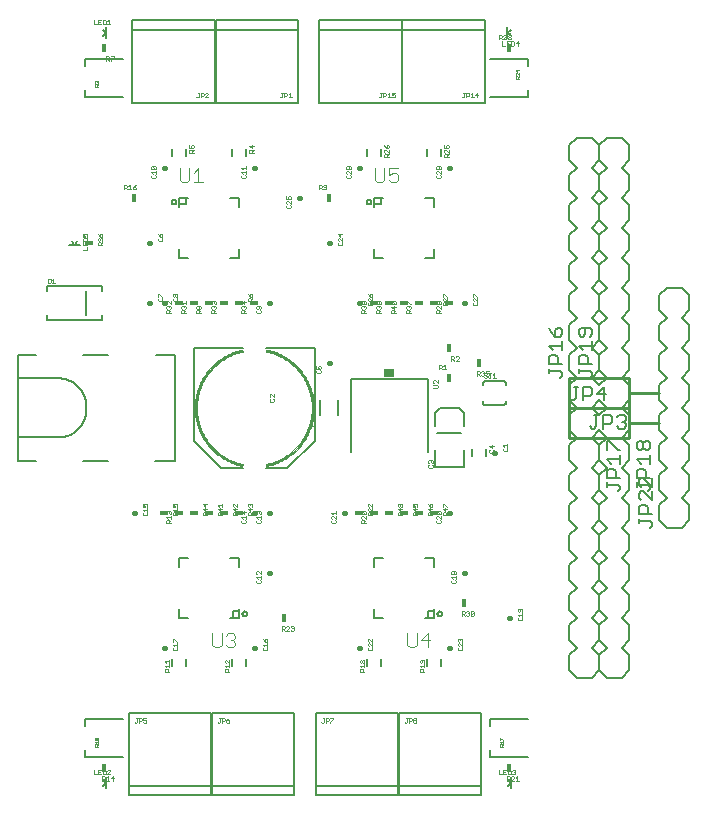
<source format=gbr>
G04 EAGLE Gerber RS-274X export*
G75*
%MOMM*%
%FSLAX34Y34*%
%LPD*%
%INSilkscreen Top*%
%IPPOS*%
%AMOC8*
5,1,8,0,0,1.08239X$1,22.5*%
G01*
%ADD10C,0.254000*%
%ADD11C,0.203200*%
%ADD12C,0.101600*%
%ADD13C,0.406400*%
%ADD14C,0.025400*%
%ADD15R,0.406400X0.711200*%
%ADD16R,0.863600X0.762000*%
%ADD17C,0.020319*%
%ADD18C,0.127000*%
%ADD19C,0.152400*%
%ADD20R,0.711200X0.406400*%


D10*
X520700Y355600D02*
X469900Y355600D01*
X469900Y330200D01*
X469900Y304800D01*
X520700Y304800D01*
X520700Y317500D01*
X520700Y330200D01*
X520700Y342900D01*
X520700Y355600D01*
X520700Y330200D02*
X469900Y330200D01*
X520700Y342900D02*
X546100Y342900D01*
X546100Y317500D02*
X520700Y317500D01*
D11*
X145100Y502600D02*
X145100Y507600D01*
X145100Y502600D02*
X140100Y502600D01*
X190500Y500380D02*
X190500Y507600D01*
X190500Y464820D02*
X190500Y457200D01*
X139700Y500380D02*
X139700Y508000D01*
X147320Y508000D01*
X139700Y464820D02*
X139700Y457200D01*
X147320Y457200D01*
X182880Y457200D02*
X190500Y457200D01*
X190500Y508000D02*
X182880Y508000D01*
X133100Y504600D02*
X133102Y504689D01*
X133108Y504778D01*
X133118Y504867D01*
X133132Y504955D01*
X133149Y505042D01*
X133171Y505128D01*
X133197Y505214D01*
X133226Y505298D01*
X133259Y505381D01*
X133295Y505462D01*
X133336Y505542D01*
X133379Y505619D01*
X133426Y505695D01*
X133477Y505768D01*
X133530Y505839D01*
X133587Y505908D01*
X133647Y505974D01*
X133710Y506038D01*
X133775Y506098D01*
X133843Y506156D01*
X133914Y506210D01*
X133987Y506261D01*
X134062Y506309D01*
X134139Y506354D01*
X134218Y506395D01*
X134299Y506432D01*
X134381Y506466D01*
X134465Y506497D01*
X134550Y506523D01*
X134636Y506546D01*
X134723Y506564D01*
X134811Y506579D01*
X134900Y506590D01*
X134989Y506597D01*
X135078Y506600D01*
X135167Y506599D01*
X135256Y506594D01*
X135344Y506585D01*
X135433Y506572D01*
X135520Y506555D01*
X135607Y506535D01*
X135693Y506510D01*
X135777Y506482D01*
X135860Y506450D01*
X135942Y506414D01*
X136022Y506375D01*
X136100Y506332D01*
X136176Y506286D01*
X136250Y506236D01*
X136322Y506183D01*
X136391Y506127D01*
X136458Y506068D01*
X136522Y506006D01*
X136583Y505942D01*
X136642Y505874D01*
X136697Y505804D01*
X136749Y505732D01*
X136798Y505657D01*
X136843Y505581D01*
X136885Y505502D01*
X136923Y505422D01*
X136958Y505340D01*
X136989Y505256D01*
X137017Y505171D01*
X137040Y505085D01*
X137060Y504998D01*
X137076Y504911D01*
X137088Y504822D01*
X137096Y504734D01*
X137100Y504645D01*
X137100Y504555D01*
X137096Y504466D01*
X137088Y504378D01*
X137076Y504289D01*
X137060Y504202D01*
X137040Y504115D01*
X137017Y504029D01*
X136989Y503944D01*
X136958Y503860D01*
X136923Y503778D01*
X136885Y503698D01*
X136843Y503619D01*
X136798Y503543D01*
X136749Y503468D01*
X136697Y503396D01*
X136642Y503326D01*
X136583Y503258D01*
X136522Y503194D01*
X136458Y503132D01*
X136391Y503073D01*
X136322Y503017D01*
X136250Y502964D01*
X136176Y502914D01*
X136100Y502868D01*
X136022Y502825D01*
X135942Y502786D01*
X135860Y502750D01*
X135777Y502718D01*
X135693Y502690D01*
X135607Y502665D01*
X135520Y502645D01*
X135433Y502628D01*
X135344Y502615D01*
X135256Y502606D01*
X135167Y502601D01*
X135078Y502600D01*
X134989Y502603D01*
X134900Y502610D01*
X134811Y502621D01*
X134723Y502636D01*
X134636Y502654D01*
X134550Y502677D01*
X134465Y502703D01*
X134381Y502734D01*
X134299Y502768D01*
X134218Y502805D01*
X134139Y502846D01*
X134062Y502891D01*
X133987Y502939D01*
X133914Y502990D01*
X133843Y503044D01*
X133775Y503102D01*
X133710Y503162D01*
X133647Y503226D01*
X133587Y503292D01*
X133530Y503361D01*
X133477Y503432D01*
X133426Y503505D01*
X133379Y503581D01*
X133336Y503658D01*
X133295Y503738D01*
X133259Y503819D01*
X133226Y503902D01*
X133197Y503986D01*
X133171Y504072D01*
X133149Y504158D01*
X133132Y504245D01*
X133118Y504333D01*
X133108Y504422D01*
X133102Y504511D01*
X133100Y504600D01*
D12*
X140208Y523157D02*
X140208Y532902D01*
X140208Y523157D02*
X142157Y521208D01*
X146055Y521208D01*
X148004Y523157D01*
X148004Y532902D01*
X151902Y529004D02*
X155800Y532902D01*
X155800Y521208D01*
X151902Y521208D02*
X159698Y521208D01*
D13*
X406095Y292100D02*
X406705Y292100D01*
D14*
X413509Y295539D02*
X414144Y296175D01*
X413509Y295539D02*
X413509Y294268D01*
X414144Y293633D01*
X416686Y293633D01*
X417322Y294268D01*
X417322Y295539D01*
X416686Y296175D01*
X414780Y297375D02*
X413509Y298646D01*
X417322Y298646D01*
X417322Y297375D02*
X417322Y299917D01*
D15*
X368300Y355600D03*
D14*
X359537Y362712D02*
X359537Y366525D01*
X361444Y366525D01*
X362079Y365890D01*
X362079Y364619D01*
X361444Y363983D01*
X359537Y363983D01*
X360808Y363983D02*
X362079Y362712D01*
X363279Y365254D02*
X364550Y366525D01*
X364550Y362712D01*
X363279Y362712D02*
X365821Y362712D01*
D11*
X240512Y588300D02*
X170512Y588300D01*
X170512Y650300D01*
X170512Y658300D01*
X240512Y658300D01*
X240512Y650300D01*
X240512Y588300D01*
X240512Y650300D02*
X170512Y650300D01*
D14*
X224613Y593599D02*
X225248Y592963D01*
X225884Y592963D01*
X226519Y593599D01*
X226519Y596776D01*
X225884Y596776D02*
X227155Y596776D01*
X228355Y596776D02*
X228355Y592963D01*
X228355Y596776D02*
X230261Y596776D01*
X230897Y596141D01*
X230897Y594870D01*
X230261Y594234D01*
X228355Y594234D01*
X232097Y595505D02*
X233368Y596776D01*
X233368Y592963D01*
X232097Y592963D02*
X234639Y592963D01*
D11*
X169900Y588300D02*
X99900Y588300D01*
X99900Y650300D01*
X99900Y658300D01*
X169900Y658300D01*
X169900Y650300D01*
X169900Y588300D01*
X169900Y650300D02*
X99900Y650300D01*
D14*
X154001Y593599D02*
X154636Y592963D01*
X155272Y592963D01*
X155907Y593599D01*
X155907Y596776D01*
X155272Y596776D02*
X156543Y596776D01*
X157743Y596776D02*
X157743Y592963D01*
X157743Y596776D02*
X159649Y596776D01*
X160285Y596141D01*
X160285Y594870D01*
X159649Y594234D01*
X157743Y594234D01*
X161485Y592963D02*
X164027Y592963D01*
X161485Y592963D02*
X164027Y595505D01*
X164027Y596141D01*
X163392Y596776D01*
X162120Y596776D01*
X161485Y596141D01*
D11*
X77900Y643100D02*
X77900Y647700D01*
X77900Y652300D01*
X77900Y647700D02*
X74800Y645362D01*
X77746Y647954D02*
X74800Y649884D01*
D14*
X67437Y654812D02*
X67437Y658625D01*
X67437Y654812D02*
X69979Y654812D01*
X71179Y658625D02*
X73721Y658625D01*
X71179Y658625D02*
X71179Y654812D01*
X73721Y654812D01*
X72450Y656719D02*
X71179Y656719D01*
X74921Y658625D02*
X74921Y654812D01*
X76828Y654812D01*
X77463Y655448D01*
X77463Y657990D01*
X76828Y658625D01*
X74921Y658625D01*
X78663Y657354D02*
X79934Y658625D01*
X79934Y654812D01*
X78663Y654812D02*
X81205Y654812D01*
D11*
X284730Y354790D02*
X284734Y292846D01*
X284730Y354790D02*
X350270Y354790D01*
X350266Y292846D01*
D16*
X317500Y359616D03*
D14*
X354454Y347163D02*
X357631Y347163D01*
X358267Y347798D01*
X358267Y349069D01*
X357631Y349705D01*
X354454Y349705D01*
X358267Y350905D02*
X358267Y353447D01*
X358267Y350905D02*
X355725Y353447D01*
X355089Y353447D01*
X354454Y352812D01*
X354454Y351540D01*
X355089Y350905D01*
D11*
X274320Y336550D02*
X274320Y323850D01*
X259080Y323850D02*
X259080Y336550D01*
D14*
X253873Y315087D02*
X250060Y315087D01*
X250060Y317629D01*
X251966Y316358D02*
X251966Y315087D01*
X251331Y318829D02*
X250060Y320100D01*
X253873Y320100D01*
X253873Y318829D02*
X253873Y321371D01*
D11*
X254200Y381200D02*
X213200Y381200D01*
X254200Y381200D02*
X254200Y302200D01*
X231200Y279200D01*
X213200Y279200D01*
X193200Y279200D02*
X175200Y279200D01*
X152200Y302200D01*
X152200Y381200D01*
X193200Y381200D01*
D17*
X192916Y379575D02*
X193286Y377784D01*
X193285Y377784D02*
X192128Y377528D01*
X190978Y377244D01*
X189834Y376932D01*
X188699Y376592D01*
X187572Y376225D01*
X186455Y375831D01*
X185347Y375409D01*
X184251Y374960D01*
X183165Y374485D01*
X182091Y373983D01*
X181030Y373456D01*
X179982Y372902D01*
X178948Y372323D01*
X177928Y371720D01*
X176924Y371091D01*
X175935Y370439D01*
X174962Y369762D01*
X174006Y369062D01*
X173067Y368338D01*
X172146Y367592D01*
X171244Y366824D01*
X170360Y366034D01*
X169496Y365223D01*
X168653Y364391D01*
X167829Y363539D01*
X167027Y362666D01*
X166246Y361775D01*
X165488Y360865D01*
X164751Y359936D01*
X164038Y358990D01*
X163347Y358027D01*
X162681Y357047D01*
X162038Y356051D01*
X161420Y355040D01*
X160827Y354014D01*
X160259Y352974D01*
X159717Y351920D01*
X159200Y350853D01*
X158710Y349775D01*
X158246Y348684D01*
X157809Y347583D01*
X157398Y346471D01*
X157015Y345350D01*
X156660Y344219D01*
X156332Y343080D01*
X156032Y341934D01*
X155760Y340780D01*
X155516Y339621D01*
X155300Y338455D01*
X155113Y337285D01*
X154955Y336111D01*
X154825Y334933D01*
X154724Y333752D01*
X154652Y332569D01*
X154608Y331385D01*
X154594Y330200D01*
X154608Y329015D01*
X154652Y327831D01*
X154724Y326648D01*
X154825Y325467D01*
X154955Y324289D01*
X155113Y323115D01*
X155300Y321945D01*
X155516Y320779D01*
X155760Y319620D01*
X156032Y318466D01*
X156332Y317320D01*
X156660Y316181D01*
X157015Y315050D01*
X157398Y313929D01*
X157809Y312817D01*
X158246Y311716D01*
X158710Y310625D01*
X159200Y309547D01*
X159717Y308480D01*
X160259Y307426D01*
X160827Y306386D01*
X161420Y305360D01*
X162038Y304349D01*
X162681Y303353D01*
X163347Y302373D01*
X164038Y301410D01*
X164751Y300464D01*
X165488Y299535D01*
X166246Y298625D01*
X167027Y297734D01*
X167829Y296861D01*
X168653Y296009D01*
X169496Y295177D01*
X170360Y294366D01*
X171244Y293576D01*
X172146Y292808D01*
X173067Y292062D01*
X174006Y291338D01*
X174962Y290638D01*
X175935Y289961D01*
X176924Y289309D01*
X177928Y288680D01*
X178948Y288077D01*
X179982Y287498D01*
X181030Y286944D01*
X182091Y286417D01*
X183165Y285915D01*
X184251Y285440D01*
X185347Y284991D01*
X186455Y284569D01*
X187572Y284175D01*
X188699Y283808D01*
X189834Y283468D01*
X190978Y283156D01*
X192128Y282872D01*
X193285Y282616D01*
X192916Y280825D01*
X191715Y281090D01*
X190521Y281385D01*
X189335Y281708D01*
X188157Y282061D01*
X186988Y282442D01*
X185828Y282851D01*
X184679Y283289D01*
X183541Y283754D01*
X182414Y284248D01*
X181300Y284768D01*
X180199Y285315D01*
X179111Y285890D01*
X178038Y286490D01*
X176980Y287116D01*
X175937Y287769D01*
X174911Y288446D01*
X173901Y289148D01*
X172909Y289874D01*
X171935Y290625D01*
X170979Y291399D01*
X170043Y292196D01*
X169126Y293016D01*
X168230Y293858D01*
X167354Y294721D01*
X166500Y295605D01*
X165667Y296510D01*
X164857Y297436D01*
X164070Y298380D01*
X163305Y299344D01*
X162565Y300325D01*
X161849Y301325D01*
X161157Y302342D01*
X160490Y303375D01*
X159849Y304424D01*
X159234Y305489D01*
X158644Y306568D01*
X158081Y307662D01*
X157545Y308768D01*
X157036Y309888D01*
X156555Y311019D01*
X156101Y312162D01*
X155675Y313316D01*
X155278Y314480D01*
X154909Y315653D01*
X154568Y316834D01*
X154257Y318024D01*
X153975Y319221D01*
X153721Y320424D01*
X153498Y321633D01*
X153304Y322848D01*
X153139Y324066D01*
X153005Y325289D01*
X152900Y326514D01*
X152825Y327741D01*
X152780Y328970D01*
X152765Y330200D01*
X152780Y331430D01*
X152825Y332659D01*
X152900Y333886D01*
X153005Y335111D01*
X153139Y336334D01*
X153304Y337552D01*
X153498Y338767D01*
X153721Y339976D01*
X153975Y341179D01*
X154257Y342376D01*
X154568Y343566D01*
X154909Y344747D01*
X155278Y345920D01*
X155675Y347084D01*
X156101Y348238D01*
X156555Y349381D01*
X157036Y350512D01*
X157545Y351632D01*
X158081Y352738D01*
X158644Y353832D01*
X159234Y354911D01*
X159849Y355976D01*
X160490Y357025D01*
X161157Y358058D01*
X161849Y359075D01*
X162565Y360075D01*
X163305Y361056D01*
X164070Y362020D01*
X164857Y362964D01*
X165667Y363890D01*
X166500Y364795D01*
X167354Y365679D01*
X168230Y366542D01*
X169126Y367384D01*
X170043Y368204D01*
X170979Y369001D01*
X171935Y369775D01*
X172909Y370526D01*
X173901Y371252D01*
X174911Y371954D01*
X175937Y372631D01*
X176980Y373284D01*
X178038Y373910D01*
X179111Y374510D01*
X180199Y375085D01*
X181300Y375632D01*
X182414Y376152D01*
X183541Y376646D01*
X184679Y377111D01*
X185828Y377549D01*
X186988Y377958D01*
X188157Y378339D01*
X189335Y378692D01*
X190521Y379015D01*
X191715Y379310D01*
X192916Y379575D01*
X192955Y379387D01*
X191758Y379123D01*
X190569Y378829D01*
X189387Y378507D01*
X188214Y378156D01*
X187049Y377776D01*
X185894Y377368D01*
X184749Y376932D01*
X183615Y376469D01*
X182493Y375977D01*
X181383Y375459D01*
X180286Y374914D01*
X179203Y374342D01*
X178134Y373743D01*
X177079Y373119D01*
X176041Y372470D01*
X175018Y371795D01*
X174013Y371096D01*
X173024Y370372D01*
X172054Y369624D01*
X171102Y368853D01*
X170169Y368059D01*
X169256Y367243D01*
X168363Y366404D01*
X167490Y365544D01*
X166639Y364663D01*
X165810Y363761D01*
X165003Y362840D01*
X164218Y361899D01*
X163457Y360939D01*
X162720Y359961D01*
X162006Y358965D01*
X161317Y357952D01*
X160653Y356923D01*
X160014Y355877D01*
X159401Y354817D01*
X158814Y353742D01*
X158253Y352653D01*
X157719Y351550D01*
X157212Y350435D01*
X156732Y349308D01*
X156280Y348169D01*
X155856Y347020D01*
X155460Y345861D01*
X155092Y344692D01*
X154753Y343515D01*
X154443Y342330D01*
X154162Y341137D01*
X153910Y339939D01*
X153687Y338734D01*
X153494Y337524D01*
X153330Y336310D01*
X153196Y335093D01*
X153091Y333872D01*
X153017Y332649D01*
X152972Y331425D01*
X152957Y330200D01*
X152972Y328975D01*
X153017Y327751D01*
X153091Y326528D01*
X153196Y325307D01*
X153330Y324090D01*
X153494Y322876D01*
X153687Y321666D01*
X153910Y320461D01*
X154162Y319263D01*
X154443Y318070D01*
X154753Y316885D01*
X155092Y315708D01*
X155460Y314539D01*
X155856Y313380D01*
X156280Y312231D01*
X156732Y311092D01*
X157212Y309965D01*
X157719Y308850D01*
X158253Y307747D01*
X158814Y306658D01*
X159401Y305583D01*
X160014Y304523D01*
X160653Y303477D01*
X161317Y302448D01*
X162006Y301435D01*
X162720Y300439D01*
X163457Y299461D01*
X164218Y298501D01*
X165003Y297560D01*
X165810Y296639D01*
X166639Y295737D01*
X167490Y294856D01*
X168363Y293996D01*
X169256Y293157D01*
X170169Y292341D01*
X171102Y291547D01*
X172054Y290776D01*
X173024Y290028D01*
X174013Y289304D01*
X175018Y288605D01*
X176041Y287930D01*
X177079Y287281D01*
X178134Y286657D01*
X179203Y286058D01*
X180286Y285486D01*
X181383Y284941D01*
X182493Y284423D01*
X183615Y283931D01*
X184749Y283468D01*
X185894Y283032D01*
X187049Y282624D01*
X188214Y282244D01*
X189387Y281893D01*
X190569Y281571D01*
X191758Y281277D01*
X192955Y281013D01*
X192993Y281201D01*
X191802Y281464D01*
X190617Y281757D01*
X189440Y282078D01*
X188271Y282427D01*
X187110Y282806D01*
X185960Y283212D01*
X184819Y283646D01*
X183690Y284108D01*
X182572Y284598D01*
X181466Y285114D01*
X180373Y285657D01*
X179294Y286227D01*
X178229Y286823D01*
X177179Y287445D01*
X176144Y288092D01*
X175126Y288764D01*
X174124Y289461D01*
X173139Y290182D01*
X172173Y290927D01*
X171224Y291695D01*
X170295Y292486D01*
X169385Y293299D01*
X168496Y294135D01*
X167627Y294991D01*
X166779Y295869D01*
X165953Y296767D01*
X165149Y297685D01*
X164367Y298623D01*
X163609Y299579D01*
X162874Y300553D01*
X162163Y301545D01*
X161477Y302554D01*
X160815Y303580D01*
X160179Y304621D01*
X159568Y305677D01*
X158983Y306748D01*
X158425Y307833D01*
X157893Y308932D01*
X157388Y310043D01*
X156910Y311165D01*
X156459Y312300D01*
X156037Y313445D01*
X155642Y314599D01*
X155276Y315764D01*
X154938Y316936D01*
X154629Y318117D01*
X154349Y319305D01*
X154098Y320499D01*
X153876Y321699D01*
X153684Y322904D01*
X153520Y324113D01*
X153387Y325326D01*
X153283Y326542D01*
X153209Y327760D01*
X153164Y328980D01*
X153149Y330200D01*
X153164Y331420D01*
X153209Y332640D01*
X153283Y333858D01*
X153387Y335074D01*
X153520Y336287D01*
X153684Y337496D01*
X153876Y338701D01*
X154098Y339901D01*
X154349Y341095D01*
X154629Y342283D01*
X154938Y343464D01*
X155276Y344636D01*
X155642Y345801D01*
X156037Y346955D01*
X156459Y348100D01*
X156910Y349235D01*
X157388Y350357D01*
X157893Y351468D01*
X158425Y352567D01*
X158983Y353652D01*
X159568Y354723D01*
X160179Y355779D01*
X160815Y356820D01*
X161477Y357846D01*
X162163Y358855D01*
X162874Y359847D01*
X163609Y360821D01*
X164367Y361777D01*
X165149Y362715D01*
X165953Y363633D01*
X166779Y364531D01*
X167627Y365409D01*
X168496Y366265D01*
X169385Y367101D01*
X170295Y367914D01*
X171224Y368705D01*
X172173Y369473D01*
X173139Y370218D01*
X174124Y370939D01*
X175126Y371636D01*
X176144Y372308D01*
X177179Y372955D01*
X178229Y373577D01*
X179294Y374173D01*
X180373Y374743D01*
X181466Y375286D01*
X182572Y375802D01*
X183690Y376292D01*
X184819Y376754D01*
X185960Y377188D01*
X187110Y377594D01*
X188271Y377973D01*
X189440Y378322D01*
X190617Y378643D01*
X191802Y378936D01*
X192993Y379199D01*
X193032Y379011D01*
X191845Y378749D01*
X190665Y378458D01*
X189492Y378138D01*
X188327Y377789D01*
X187172Y377412D01*
X186025Y377008D01*
X184889Y376575D01*
X183764Y376115D01*
X182650Y375627D01*
X181549Y375113D01*
X180461Y374572D01*
X179386Y374004D01*
X178325Y373410D01*
X177279Y372791D01*
X176248Y372146D01*
X175233Y371477D01*
X174235Y370783D01*
X173254Y370065D01*
X172291Y369323D01*
X171347Y368557D01*
X170421Y367769D01*
X169515Y366959D01*
X168629Y366127D01*
X167763Y365273D01*
X166919Y364399D01*
X166096Y363504D01*
X165295Y362590D01*
X164516Y361656D01*
X163761Y360704D01*
X163029Y359733D01*
X162321Y358745D01*
X161637Y357740D01*
X160978Y356718D01*
X160344Y355681D01*
X159735Y354628D01*
X159153Y353562D01*
X158596Y352481D01*
X158066Y351387D01*
X157563Y350280D01*
X157087Y349161D01*
X156639Y348032D01*
X156218Y346891D01*
X155825Y345741D01*
X155460Y344581D01*
X155124Y343413D01*
X154816Y342237D01*
X154537Y341054D01*
X154287Y339864D01*
X154065Y338669D01*
X153874Y337468D01*
X153711Y336263D01*
X153578Y335055D01*
X153474Y333844D01*
X153400Y332630D01*
X153356Y331416D01*
X153341Y330200D01*
X153356Y328984D01*
X153400Y327770D01*
X153474Y326556D01*
X153578Y325345D01*
X153711Y324137D01*
X153874Y322932D01*
X154065Y321731D01*
X154287Y320536D01*
X154537Y319346D01*
X154816Y318163D01*
X155124Y316987D01*
X155460Y315819D01*
X155825Y314659D01*
X156218Y313509D01*
X156639Y312368D01*
X157087Y311239D01*
X157563Y310120D01*
X158066Y309013D01*
X158596Y307919D01*
X159153Y306838D01*
X159735Y305772D01*
X160344Y304719D01*
X160978Y303682D01*
X161637Y302660D01*
X162321Y301655D01*
X163029Y300667D01*
X163761Y299696D01*
X164516Y298744D01*
X165295Y297810D01*
X166096Y296896D01*
X166919Y296001D01*
X167763Y295127D01*
X168629Y294273D01*
X169515Y293441D01*
X170421Y292631D01*
X171347Y291843D01*
X172291Y291077D01*
X173254Y290335D01*
X174235Y289617D01*
X175233Y288923D01*
X176248Y288254D01*
X177279Y287609D01*
X178325Y286990D01*
X179386Y286396D01*
X180461Y285828D01*
X181549Y285287D01*
X182650Y284773D01*
X183764Y284285D01*
X184889Y283825D01*
X186025Y283392D01*
X187172Y282988D01*
X188327Y282611D01*
X189492Y282262D01*
X190665Y281942D01*
X191845Y281651D01*
X193032Y281389D01*
X193071Y281577D01*
X191889Y281838D01*
X190713Y282128D01*
X189545Y282447D01*
X188384Y282794D01*
X187233Y283170D01*
X186091Y283573D01*
X184960Y284004D01*
X183839Y284462D01*
X182729Y284948D01*
X181632Y285460D01*
X180548Y285999D01*
X179477Y286565D01*
X178420Y287156D01*
X177378Y287773D01*
X176351Y288415D01*
X175341Y289082D01*
X174347Y289774D01*
X173370Y290489D01*
X172410Y291228D01*
X171469Y291990D01*
X170547Y292775D01*
X169644Y293583D01*
X168762Y294412D01*
X167899Y295262D01*
X167058Y296133D01*
X166238Y297024D01*
X165440Y297935D01*
X164665Y298865D01*
X163913Y299814D01*
X163183Y300781D01*
X162478Y301765D01*
X161797Y302767D01*
X161140Y303784D01*
X160509Y304817D01*
X159903Y305866D01*
X159322Y306929D01*
X158768Y308005D01*
X158240Y309095D01*
X157739Y310197D01*
X157265Y311312D01*
X156818Y312437D01*
X156399Y313573D01*
X156007Y314719D01*
X155644Y315874D01*
X155309Y317038D01*
X155002Y318210D01*
X154724Y319388D01*
X154475Y320573D01*
X154255Y321764D01*
X154064Y322960D01*
X153902Y324160D01*
X153769Y325364D01*
X153666Y326570D01*
X153592Y327779D01*
X153548Y328989D01*
X153533Y330200D01*
X153548Y331411D01*
X153592Y332621D01*
X153666Y333830D01*
X153769Y335036D01*
X153902Y336240D01*
X154064Y337440D01*
X154255Y338636D01*
X154475Y339827D01*
X154724Y341012D01*
X155002Y342190D01*
X155309Y343362D01*
X155644Y344526D01*
X156007Y345681D01*
X156399Y346827D01*
X156818Y347963D01*
X157265Y349088D01*
X157739Y350203D01*
X158240Y351305D01*
X158768Y352395D01*
X159322Y353471D01*
X159903Y354534D01*
X160509Y355583D01*
X161140Y356616D01*
X161797Y357633D01*
X162478Y358635D01*
X163183Y359619D01*
X163913Y360586D01*
X164665Y361535D01*
X165440Y362465D01*
X166238Y363376D01*
X167058Y364267D01*
X167899Y365138D01*
X168762Y365988D01*
X169644Y366817D01*
X170547Y367625D01*
X171469Y368410D01*
X172410Y369172D01*
X173370Y369911D01*
X174347Y370626D01*
X175341Y371318D01*
X176351Y371985D01*
X177378Y372627D01*
X178420Y373244D01*
X179477Y373835D01*
X180548Y374401D01*
X181632Y374940D01*
X182729Y375452D01*
X183839Y375938D01*
X184960Y376396D01*
X186091Y376827D01*
X187233Y377230D01*
X188384Y377606D01*
X189545Y377953D01*
X190713Y378272D01*
X191889Y378562D01*
X193071Y378823D01*
X193110Y378635D01*
X191932Y378375D01*
X190761Y378086D01*
X189597Y377768D01*
X188441Y377422D01*
X187294Y377049D01*
X186157Y376647D01*
X185030Y376218D01*
X183913Y375761D01*
X182808Y375277D01*
X181715Y374767D01*
X180635Y374230D01*
X179568Y373666D01*
X178516Y373077D01*
X177478Y372463D01*
X176455Y371823D01*
X175448Y371159D01*
X174458Y370470D01*
X173485Y369757D01*
X172529Y369021D01*
X171592Y368262D01*
X170673Y367480D01*
X169774Y366676D01*
X168895Y365850D01*
X168036Y365003D01*
X167198Y364135D01*
X166381Y363247D01*
X165586Y362340D01*
X164814Y361413D01*
X164064Y360468D01*
X163338Y359505D01*
X162635Y358525D01*
X161957Y357527D01*
X161303Y356514D01*
X160674Y355484D01*
X160070Y354440D01*
X159492Y353381D01*
X158940Y352309D01*
X158414Y351223D01*
X157915Y350125D01*
X157442Y349015D01*
X156997Y347894D01*
X156580Y346762D01*
X156190Y345621D01*
X155828Y344470D01*
X155494Y343311D01*
X155188Y342144D01*
X154911Y340970D01*
X154663Y339789D01*
X154444Y338603D01*
X154253Y337412D01*
X154092Y336217D01*
X153960Y335018D01*
X153857Y333816D01*
X153784Y332612D01*
X153740Y331406D01*
X153725Y330200D01*
X153740Y328994D01*
X153784Y327788D01*
X153857Y326584D01*
X153960Y325382D01*
X154092Y324183D01*
X154253Y322988D01*
X154444Y321797D01*
X154663Y320611D01*
X154911Y319430D01*
X155188Y318256D01*
X155494Y317089D01*
X155828Y315930D01*
X156190Y314779D01*
X156580Y313638D01*
X156997Y312506D01*
X157442Y311385D01*
X157915Y310275D01*
X158414Y309177D01*
X158940Y308091D01*
X159492Y307019D01*
X160070Y305960D01*
X160674Y304916D01*
X161303Y303886D01*
X161957Y302873D01*
X162635Y301875D01*
X163338Y300895D01*
X164064Y299932D01*
X164814Y298987D01*
X165586Y298060D01*
X166381Y297153D01*
X167198Y296265D01*
X168036Y295397D01*
X168895Y294550D01*
X169774Y293724D01*
X170673Y292920D01*
X171592Y292138D01*
X172529Y291379D01*
X173485Y290643D01*
X174458Y289930D01*
X175448Y289241D01*
X176455Y288577D01*
X177478Y287937D01*
X178516Y287323D01*
X179568Y286734D01*
X180635Y286170D01*
X181715Y285633D01*
X182808Y285123D01*
X183913Y284639D01*
X185030Y284182D01*
X186157Y283753D01*
X187294Y283351D01*
X188441Y282978D01*
X189597Y282632D01*
X190761Y282314D01*
X191932Y282025D01*
X193110Y281765D01*
X193149Y281953D01*
X191975Y282212D01*
X190809Y282500D01*
X189649Y282816D01*
X188498Y283161D01*
X187356Y283533D01*
X186223Y283933D01*
X185100Y284361D01*
X183988Y284816D01*
X182887Y285298D01*
X181798Y285806D01*
X180722Y286341D01*
X179660Y286902D01*
X178611Y287489D01*
X177577Y288101D01*
X176559Y288739D01*
X175556Y289400D01*
X174569Y290087D01*
X173600Y290796D01*
X172648Y291530D01*
X171714Y292286D01*
X170799Y293065D01*
X169904Y293866D01*
X169028Y294689D01*
X168172Y295532D01*
X167337Y296397D01*
X166524Y297281D01*
X165732Y298185D01*
X164963Y299108D01*
X164216Y300049D01*
X163493Y301009D01*
X162793Y301985D01*
X162117Y302979D01*
X161465Y303989D01*
X160839Y305014D01*
X160237Y306054D01*
X159661Y307109D01*
X159111Y308177D01*
X158588Y309258D01*
X158090Y310352D01*
X157620Y311458D01*
X157176Y312575D01*
X156760Y313702D01*
X156372Y314839D01*
X156011Y315985D01*
X155679Y317140D01*
X155375Y318302D01*
X155099Y319472D01*
X154852Y320648D01*
X154633Y321829D01*
X154443Y323016D01*
X154283Y324207D01*
X154151Y325401D01*
X154049Y326598D01*
X153976Y327798D01*
X153932Y328998D01*
X153917Y330200D01*
X153932Y331402D01*
X153976Y332602D01*
X154049Y333802D01*
X154151Y334999D01*
X154283Y336193D01*
X154443Y337384D01*
X154633Y338571D01*
X154852Y339752D01*
X155099Y340928D01*
X155375Y342098D01*
X155679Y343260D01*
X156011Y344415D01*
X156372Y345561D01*
X156760Y346698D01*
X157176Y347825D01*
X157620Y348942D01*
X158090Y350048D01*
X158588Y351142D01*
X159111Y352223D01*
X159661Y353291D01*
X160237Y354346D01*
X160839Y355386D01*
X161465Y356411D01*
X162117Y357421D01*
X162793Y358415D01*
X163493Y359391D01*
X164216Y360351D01*
X164963Y361292D01*
X165732Y362215D01*
X166524Y363119D01*
X167337Y364003D01*
X168172Y364868D01*
X169028Y365711D01*
X169904Y366534D01*
X170799Y367335D01*
X171714Y368114D01*
X172648Y368870D01*
X173600Y369604D01*
X174569Y370313D01*
X175556Y371000D01*
X176559Y371661D01*
X177577Y372299D01*
X178611Y372911D01*
X179660Y373498D01*
X180722Y374059D01*
X181798Y374594D01*
X182887Y375102D01*
X183988Y375584D01*
X185100Y376039D01*
X186223Y376467D01*
X187356Y376867D01*
X188498Y377239D01*
X189649Y377584D01*
X190809Y377900D01*
X191975Y378188D01*
X193149Y378447D01*
X193187Y378259D01*
X192019Y378001D01*
X190857Y377714D01*
X189702Y377399D01*
X188555Y377056D01*
X187417Y376685D01*
X186289Y376286D01*
X185170Y375860D01*
X184062Y375407D01*
X182966Y374927D01*
X181881Y374420D01*
X180810Y373888D01*
X179751Y373329D01*
X178707Y372744D01*
X177677Y372134D01*
X176662Y371500D01*
X175663Y370840D01*
X174680Y370157D01*
X173715Y369450D01*
X172767Y368719D01*
X171837Y367966D01*
X170925Y367190D01*
X170033Y366392D01*
X169161Y365573D01*
X168308Y364733D01*
X167477Y363872D01*
X166666Y362991D01*
X165878Y362090D01*
X165112Y361171D01*
X164368Y360233D01*
X163647Y359277D01*
X162950Y358305D01*
X162277Y357315D01*
X161628Y356309D01*
X161004Y355288D01*
X160405Y354252D01*
X159831Y353201D01*
X159283Y352137D01*
X158761Y351060D01*
X158266Y349970D01*
X157797Y348869D01*
X157356Y347756D01*
X156941Y346634D01*
X156554Y345501D01*
X156195Y344359D01*
X155864Y343209D01*
X155561Y342051D01*
X155286Y340886D01*
X155040Y339715D01*
X154822Y338538D01*
X154633Y337356D01*
X154473Y336170D01*
X154342Y334980D01*
X154240Y333788D01*
X154167Y332593D01*
X154124Y331397D01*
X154109Y330200D01*
X154124Y329003D01*
X154167Y327807D01*
X154240Y326612D01*
X154342Y325420D01*
X154473Y324230D01*
X154633Y323044D01*
X154822Y321862D01*
X155040Y320685D01*
X155286Y319514D01*
X155561Y318349D01*
X155864Y317191D01*
X156195Y316041D01*
X156554Y314899D01*
X156941Y313766D01*
X157356Y312644D01*
X157797Y311531D01*
X158266Y310430D01*
X158761Y309340D01*
X159283Y308263D01*
X159831Y307199D01*
X160405Y306148D01*
X161004Y305112D01*
X161628Y304091D01*
X162277Y303085D01*
X162950Y302095D01*
X163647Y301123D01*
X164368Y300167D01*
X165112Y299229D01*
X165878Y298310D01*
X166666Y297409D01*
X167477Y296528D01*
X168308Y295667D01*
X169161Y294827D01*
X170033Y294008D01*
X170925Y293210D01*
X171837Y292434D01*
X172767Y291681D01*
X173715Y290950D01*
X174680Y290243D01*
X175663Y289560D01*
X176662Y288900D01*
X177677Y288266D01*
X178707Y287656D01*
X179751Y287071D01*
X180810Y286512D01*
X181881Y285980D01*
X182966Y285473D01*
X184062Y284993D01*
X185170Y284540D01*
X186289Y284114D01*
X187417Y283715D01*
X188555Y283344D01*
X189702Y283001D01*
X190857Y282686D01*
X192019Y282399D01*
X193187Y282141D01*
X193226Y282329D01*
X192062Y282586D01*
X190904Y282872D01*
X189754Y283186D01*
X188612Y283528D01*
X187479Y283897D01*
X186354Y284294D01*
X185240Y284719D01*
X184137Y285170D01*
X183045Y285648D01*
X181965Y286153D01*
X180897Y286683D01*
X179843Y287240D01*
X178802Y287822D01*
X177776Y288430D01*
X176766Y289062D01*
X175771Y289719D01*
X174792Y290399D01*
X173830Y291104D01*
X172886Y291831D01*
X171959Y292582D01*
X171051Y293355D01*
X170163Y294149D01*
X169294Y294966D01*
X168445Y295803D01*
X167616Y296660D01*
X166809Y297538D01*
X166024Y298435D01*
X165260Y299350D01*
X164520Y300285D01*
X163802Y301236D01*
X163107Y302206D01*
X162437Y303191D01*
X161790Y304193D01*
X161169Y305210D01*
X160572Y306242D01*
X160001Y307289D01*
X159455Y308349D01*
X158935Y309422D01*
X158442Y310507D01*
X157975Y311604D01*
X157535Y312712D01*
X157122Y313831D01*
X156737Y314959D01*
X156379Y316096D01*
X156049Y317242D01*
X155747Y318395D01*
X155474Y319556D01*
X155228Y320722D01*
X155011Y321895D01*
X154823Y323072D01*
X154664Y324254D01*
X154533Y325439D01*
X154432Y326626D01*
X154359Y327816D01*
X154316Y329008D01*
X154301Y330200D01*
X154316Y331392D01*
X154359Y332584D01*
X154432Y333774D01*
X154533Y334961D01*
X154664Y336146D01*
X154823Y337328D01*
X155011Y338505D01*
X155228Y339678D01*
X155474Y340844D01*
X155747Y342005D01*
X156049Y343158D01*
X156379Y344304D01*
X156737Y345441D01*
X157122Y346569D01*
X157535Y347688D01*
X157975Y348796D01*
X158442Y349893D01*
X158935Y350978D01*
X159455Y352051D01*
X160001Y353111D01*
X160572Y354158D01*
X161169Y355190D01*
X161790Y356207D01*
X162437Y357209D01*
X163107Y358194D01*
X163802Y359164D01*
X164520Y360115D01*
X165260Y361050D01*
X166024Y361965D01*
X166809Y362862D01*
X167616Y363740D01*
X168445Y364597D01*
X169294Y365434D01*
X170163Y366251D01*
X171051Y367045D01*
X171959Y367818D01*
X172886Y368569D01*
X173830Y369296D01*
X174792Y370001D01*
X175771Y370681D01*
X176766Y371338D01*
X177776Y371970D01*
X178802Y372578D01*
X179843Y373160D01*
X180897Y373717D01*
X181965Y374247D01*
X183045Y374752D01*
X184137Y375230D01*
X185240Y375681D01*
X186354Y376106D01*
X187479Y376503D01*
X188612Y376872D01*
X189754Y377214D01*
X190904Y377528D01*
X192062Y377814D01*
X193226Y378071D01*
X193265Y377883D01*
X192105Y377627D01*
X190952Y377342D01*
X189807Y377029D01*
X188669Y376689D01*
X187540Y376321D01*
X186420Y375925D01*
X185310Y375503D01*
X184211Y375053D01*
X183124Y374577D01*
X182048Y374074D01*
X180984Y373546D01*
X179934Y372991D01*
X178898Y372411D01*
X177876Y371806D01*
X176869Y371176D01*
X175878Y370522D01*
X174903Y369844D01*
X173945Y369143D01*
X173004Y368418D01*
X172082Y367670D01*
X171177Y366900D01*
X170292Y366109D01*
X169426Y365296D01*
X168581Y364462D01*
X167756Y363608D01*
X166952Y362734D01*
X166170Y361841D01*
X165409Y360928D01*
X164671Y359998D01*
X163956Y359050D01*
X163265Y358084D01*
X162597Y357103D01*
X161953Y356105D01*
X161334Y355091D01*
X160739Y354063D01*
X160170Y353021D01*
X159627Y351965D01*
X159109Y350896D01*
X158617Y349815D01*
X158152Y348723D01*
X157714Y347619D01*
X157303Y346505D01*
X156919Y345381D01*
X156563Y344248D01*
X156234Y343107D01*
X155934Y341958D01*
X155661Y340802D01*
X155417Y339640D01*
X155201Y338473D01*
X155013Y337300D01*
X154854Y336123D01*
X154724Y334943D01*
X154623Y333760D01*
X154551Y332574D01*
X154507Y331387D01*
X154493Y330200D01*
X154507Y329013D01*
X154551Y327826D01*
X154623Y326640D01*
X154724Y325457D01*
X154854Y324277D01*
X155013Y323100D01*
X155201Y321927D01*
X155417Y320760D01*
X155661Y319598D01*
X155934Y318442D01*
X156234Y317293D01*
X156563Y316152D01*
X156919Y315019D01*
X157303Y313895D01*
X157714Y312781D01*
X158152Y311677D01*
X158617Y310585D01*
X159109Y309504D01*
X159627Y308435D01*
X160170Y307379D01*
X160739Y306337D01*
X161334Y305309D01*
X161953Y304295D01*
X162597Y303297D01*
X163265Y302316D01*
X163956Y301350D01*
X164671Y300402D01*
X165409Y299472D01*
X166170Y298559D01*
X166952Y297666D01*
X167756Y296792D01*
X168581Y295938D01*
X169426Y295104D01*
X170292Y294291D01*
X171177Y293500D01*
X172082Y292730D01*
X173004Y291982D01*
X173945Y291257D01*
X174903Y290556D01*
X175878Y289878D01*
X176869Y289224D01*
X177876Y288594D01*
X178898Y287989D01*
X179934Y287409D01*
X180984Y286854D01*
X182048Y286326D01*
X183124Y285823D01*
X184211Y285347D01*
X185310Y284897D01*
X186420Y284475D01*
X187540Y284079D01*
X188669Y283711D01*
X189807Y283371D01*
X190952Y283058D01*
X192105Y282773D01*
X193265Y282517D01*
X213484Y280825D02*
X213114Y282616D01*
X213115Y282616D02*
X214272Y282872D01*
X215422Y283156D01*
X216566Y283468D01*
X217701Y283808D01*
X218828Y284175D01*
X219945Y284569D01*
X221053Y284991D01*
X222149Y285440D01*
X223235Y285915D01*
X224309Y286417D01*
X225370Y286944D01*
X226418Y287498D01*
X227452Y288077D01*
X228472Y288680D01*
X229476Y289309D01*
X230465Y289961D01*
X231438Y290638D01*
X232394Y291338D01*
X233333Y292062D01*
X234254Y292808D01*
X235156Y293576D01*
X236040Y294366D01*
X236904Y295177D01*
X237747Y296009D01*
X238571Y296861D01*
X239373Y297734D01*
X240154Y298625D01*
X240912Y299535D01*
X241649Y300464D01*
X242362Y301410D01*
X243053Y302373D01*
X243719Y303353D01*
X244362Y304349D01*
X244980Y305360D01*
X245573Y306386D01*
X246141Y307426D01*
X246683Y308480D01*
X247200Y309547D01*
X247690Y310625D01*
X248154Y311716D01*
X248591Y312817D01*
X249002Y313929D01*
X249385Y315050D01*
X249740Y316181D01*
X250068Y317320D01*
X250368Y318466D01*
X250640Y319620D01*
X250884Y320779D01*
X251100Y321945D01*
X251287Y323115D01*
X251445Y324289D01*
X251575Y325467D01*
X251676Y326648D01*
X251748Y327831D01*
X251792Y329015D01*
X251806Y330200D01*
X251792Y331385D01*
X251748Y332569D01*
X251676Y333752D01*
X251575Y334933D01*
X251445Y336111D01*
X251287Y337285D01*
X251100Y338455D01*
X250884Y339621D01*
X250640Y340780D01*
X250368Y341934D01*
X250068Y343080D01*
X249740Y344219D01*
X249385Y345350D01*
X249002Y346471D01*
X248591Y347583D01*
X248154Y348684D01*
X247690Y349775D01*
X247200Y350853D01*
X246683Y351920D01*
X246141Y352974D01*
X245573Y354014D01*
X244980Y355040D01*
X244362Y356051D01*
X243719Y357047D01*
X243053Y358027D01*
X242362Y358990D01*
X241649Y359936D01*
X240912Y360865D01*
X240154Y361775D01*
X239373Y362666D01*
X238571Y363539D01*
X237747Y364391D01*
X236904Y365223D01*
X236040Y366034D01*
X235156Y366824D01*
X234254Y367592D01*
X233333Y368338D01*
X232394Y369062D01*
X231438Y369762D01*
X230465Y370439D01*
X229476Y371091D01*
X228472Y371720D01*
X227452Y372323D01*
X226418Y372902D01*
X225370Y373456D01*
X224309Y373983D01*
X223235Y374485D01*
X222149Y374960D01*
X221053Y375409D01*
X219945Y375831D01*
X218828Y376225D01*
X217701Y376592D01*
X216566Y376932D01*
X215422Y377244D01*
X214272Y377528D01*
X213115Y377784D01*
X213484Y379575D01*
X214685Y379310D01*
X215879Y379015D01*
X217065Y378692D01*
X218243Y378339D01*
X219412Y377958D01*
X220572Y377549D01*
X221721Y377111D01*
X222859Y376646D01*
X223986Y376152D01*
X225100Y375632D01*
X226201Y375085D01*
X227289Y374510D01*
X228362Y373910D01*
X229420Y373284D01*
X230463Y372631D01*
X231489Y371954D01*
X232499Y371252D01*
X233491Y370526D01*
X234465Y369775D01*
X235421Y369001D01*
X236357Y368204D01*
X237274Y367384D01*
X238170Y366542D01*
X239046Y365679D01*
X239900Y364795D01*
X240733Y363890D01*
X241543Y362964D01*
X242330Y362020D01*
X243095Y361056D01*
X243835Y360075D01*
X244551Y359075D01*
X245243Y358058D01*
X245910Y357025D01*
X246551Y355976D01*
X247166Y354911D01*
X247756Y353832D01*
X248319Y352738D01*
X248855Y351632D01*
X249364Y350512D01*
X249845Y349381D01*
X250299Y348238D01*
X250725Y347084D01*
X251122Y345920D01*
X251491Y344747D01*
X251832Y343566D01*
X252143Y342376D01*
X252425Y341179D01*
X252679Y339976D01*
X252902Y338767D01*
X253096Y337552D01*
X253261Y336334D01*
X253395Y335111D01*
X253500Y333886D01*
X253575Y332659D01*
X253620Y331430D01*
X253635Y330200D01*
X253620Y328970D01*
X253575Y327741D01*
X253500Y326514D01*
X253395Y325289D01*
X253261Y324066D01*
X253096Y322848D01*
X252902Y321633D01*
X252679Y320424D01*
X252425Y319221D01*
X252143Y318024D01*
X251832Y316834D01*
X251491Y315653D01*
X251122Y314480D01*
X250725Y313316D01*
X250299Y312162D01*
X249845Y311019D01*
X249364Y309888D01*
X248855Y308768D01*
X248319Y307662D01*
X247756Y306568D01*
X247166Y305489D01*
X246551Y304424D01*
X245910Y303375D01*
X245243Y302342D01*
X244551Y301325D01*
X243835Y300325D01*
X243095Y299344D01*
X242330Y298380D01*
X241543Y297436D01*
X240733Y296510D01*
X239900Y295605D01*
X239046Y294721D01*
X238170Y293858D01*
X237274Y293016D01*
X236357Y292196D01*
X235421Y291399D01*
X234465Y290625D01*
X233491Y289874D01*
X232499Y289148D01*
X231489Y288446D01*
X230463Y287769D01*
X229420Y287116D01*
X228362Y286490D01*
X227289Y285890D01*
X226201Y285315D01*
X225100Y284768D01*
X223986Y284248D01*
X222859Y283754D01*
X221721Y283289D01*
X220572Y282851D01*
X219412Y282442D01*
X218243Y282061D01*
X217065Y281708D01*
X215879Y281385D01*
X214685Y281090D01*
X213484Y280825D01*
X213445Y281013D01*
X214642Y281277D01*
X215831Y281571D01*
X217013Y281893D01*
X218186Y282244D01*
X219351Y282624D01*
X220506Y283032D01*
X221651Y283468D01*
X222785Y283931D01*
X223907Y284423D01*
X225017Y284941D01*
X226114Y285486D01*
X227197Y286058D01*
X228266Y286657D01*
X229321Y287281D01*
X230359Y287930D01*
X231382Y288605D01*
X232387Y289304D01*
X233376Y290028D01*
X234346Y290776D01*
X235298Y291547D01*
X236231Y292341D01*
X237144Y293157D01*
X238037Y293996D01*
X238910Y294856D01*
X239761Y295737D01*
X240590Y296639D01*
X241397Y297560D01*
X242182Y298501D01*
X242943Y299461D01*
X243680Y300439D01*
X244394Y301435D01*
X245083Y302448D01*
X245747Y303477D01*
X246386Y304523D01*
X246999Y305583D01*
X247586Y306658D01*
X248147Y307747D01*
X248681Y308850D01*
X249188Y309965D01*
X249668Y311092D01*
X250120Y312231D01*
X250544Y313380D01*
X250940Y314539D01*
X251308Y315708D01*
X251647Y316885D01*
X251957Y318070D01*
X252238Y319263D01*
X252490Y320461D01*
X252713Y321666D01*
X252906Y322876D01*
X253070Y324090D01*
X253204Y325307D01*
X253309Y326528D01*
X253383Y327751D01*
X253428Y328975D01*
X253443Y330200D01*
X253428Y331425D01*
X253383Y332649D01*
X253309Y333872D01*
X253204Y335093D01*
X253070Y336310D01*
X252906Y337524D01*
X252713Y338734D01*
X252490Y339939D01*
X252238Y341137D01*
X251957Y342330D01*
X251647Y343515D01*
X251308Y344692D01*
X250940Y345861D01*
X250544Y347020D01*
X250120Y348169D01*
X249668Y349308D01*
X249188Y350435D01*
X248681Y351550D01*
X248147Y352653D01*
X247586Y353742D01*
X246999Y354817D01*
X246386Y355877D01*
X245747Y356923D01*
X245083Y357952D01*
X244394Y358965D01*
X243680Y359961D01*
X242943Y360939D01*
X242182Y361899D01*
X241397Y362840D01*
X240590Y363761D01*
X239761Y364663D01*
X238910Y365544D01*
X238037Y366404D01*
X237144Y367243D01*
X236231Y368059D01*
X235298Y368853D01*
X234346Y369624D01*
X233376Y370372D01*
X232387Y371096D01*
X231382Y371795D01*
X230359Y372470D01*
X229321Y373119D01*
X228266Y373743D01*
X227197Y374342D01*
X226114Y374914D01*
X225017Y375459D01*
X223907Y375977D01*
X222785Y376469D01*
X221651Y376932D01*
X220506Y377368D01*
X219351Y377776D01*
X218186Y378156D01*
X217013Y378507D01*
X215831Y378829D01*
X214642Y379123D01*
X213445Y379387D01*
X213407Y379199D01*
X214598Y378936D01*
X215783Y378643D01*
X216960Y378322D01*
X218129Y377973D01*
X219290Y377594D01*
X220440Y377188D01*
X221581Y376754D01*
X222710Y376292D01*
X223828Y375802D01*
X224934Y375286D01*
X226027Y374743D01*
X227106Y374173D01*
X228171Y373577D01*
X229221Y372955D01*
X230256Y372308D01*
X231274Y371636D01*
X232276Y370939D01*
X233261Y370218D01*
X234227Y369473D01*
X235176Y368705D01*
X236105Y367914D01*
X237015Y367101D01*
X237904Y366265D01*
X238773Y365409D01*
X239621Y364531D01*
X240447Y363633D01*
X241251Y362715D01*
X242033Y361777D01*
X242791Y360821D01*
X243526Y359847D01*
X244237Y358855D01*
X244923Y357846D01*
X245585Y356820D01*
X246221Y355779D01*
X246832Y354723D01*
X247417Y353652D01*
X247975Y352567D01*
X248507Y351468D01*
X249012Y350357D01*
X249490Y349235D01*
X249941Y348100D01*
X250363Y346955D01*
X250758Y345801D01*
X251124Y344636D01*
X251462Y343464D01*
X251771Y342283D01*
X252051Y341095D01*
X252302Y339901D01*
X252524Y338701D01*
X252716Y337496D01*
X252880Y336287D01*
X253013Y335074D01*
X253117Y333858D01*
X253191Y332640D01*
X253236Y331420D01*
X253251Y330200D01*
X253236Y328980D01*
X253191Y327760D01*
X253117Y326542D01*
X253013Y325326D01*
X252880Y324113D01*
X252716Y322904D01*
X252524Y321699D01*
X252302Y320499D01*
X252051Y319305D01*
X251771Y318117D01*
X251462Y316936D01*
X251124Y315764D01*
X250758Y314599D01*
X250363Y313445D01*
X249941Y312300D01*
X249490Y311165D01*
X249012Y310043D01*
X248507Y308932D01*
X247975Y307833D01*
X247417Y306748D01*
X246832Y305677D01*
X246221Y304621D01*
X245585Y303580D01*
X244923Y302554D01*
X244237Y301545D01*
X243526Y300553D01*
X242791Y299579D01*
X242033Y298623D01*
X241251Y297685D01*
X240447Y296767D01*
X239621Y295869D01*
X238773Y294991D01*
X237904Y294135D01*
X237015Y293299D01*
X236105Y292486D01*
X235176Y291695D01*
X234227Y290927D01*
X233261Y290182D01*
X232276Y289461D01*
X231274Y288764D01*
X230256Y288092D01*
X229221Y287445D01*
X228171Y286823D01*
X227106Y286227D01*
X226027Y285657D01*
X224934Y285114D01*
X223828Y284598D01*
X222710Y284108D01*
X221581Y283646D01*
X220440Y283212D01*
X219290Y282806D01*
X218129Y282427D01*
X216960Y282078D01*
X215783Y281757D01*
X214598Y281464D01*
X213407Y281201D01*
X213368Y281389D01*
X214555Y281651D01*
X215735Y281942D01*
X216908Y282262D01*
X218073Y282611D01*
X219228Y282988D01*
X220375Y283392D01*
X221511Y283825D01*
X222636Y284285D01*
X223750Y284773D01*
X224851Y285287D01*
X225939Y285828D01*
X227014Y286396D01*
X228075Y286990D01*
X229121Y287609D01*
X230152Y288254D01*
X231167Y288923D01*
X232165Y289617D01*
X233146Y290335D01*
X234109Y291077D01*
X235053Y291843D01*
X235979Y292631D01*
X236885Y293441D01*
X237771Y294273D01*
X238637Y295127D01*
X239481Y296001D01*
X240304Y296896D01*
X241105Y297810D01*
X241884Y298744D01*
X242639Y299696D01*
X243371Y300667D01*
X244079Y301655D01*
X244763Y302660D01*
X245422Y303682D01*
X246056Y304719D01*
X246665Y305772D01*
X247247Y306838D01*
X247804Y307919D01*
X248334Y309013D01*
X248837Y310120D01*
X249313Y311239D01*
X249761Y312368D01*
X250182Y313509D01*
X250575Y314659D01*
X250940Y315819D01*
X251276Y316987D01*
X251584Y318163D01*
X251863Y319346D01*
X252113Y320536D01*
X252335Y321731D01*
X252526Y322932D01*
X252689Y324137D01*
X252822Y325345D01*
X252926Y326556D01*
X253000Y327770D01*
X253044Y328984D01*
X253059Y330200D01*
X253044Y331416D01*
X253000Y332630D01*
X252926Y333844D01*
X252822Y335055D01*
X252689Y336263D01*
X252526Y337468D01*
X252335Y338669D01*
X252113Y339864D01*
X251863Y341054D01*
X251584Y342237D01*
X251276Y343413D01*
X250940Y344581D01*
X250575Y345741D01*
X250182Y346891D01*
X249761Y348032D01*
X249313Y349161D01*
X248837Y350280D01*
X248334Y351387D01*
X247804Y352481D01*
X247247Y353562D01*
X246665Y354628D01*
X246056Y355681D01*
X245422Y356718D01*
X244763Y357740D01*
X244079Y358745D01*
X243371Y359733D01*
X242639Y360704D01*
X241884Y361656D01*
X241105Y362590D01*
X240304Y363504D01*
X239481Y364399D01*
X238637Y365273D01*
X237771Y366127D01*
X236885Y366959D01*
X235979Y367769D01*
X235053Y368557D01*
X234109Y369323D01*
X233146Y370065D01*
X232165Y370783D01*
X231167Y371477D01*
X230152Y372146D01*
X229121Y372791D01*
X228075Y373410D01*
X227014Y374004D01*
X225939Y374572D01*
X224851Y375113D01*
X223750Y375627D01*
X222636Y376115D01*
X221511Y376575D01*
X220375Y377008D01*
X219228Y377412D01*
X218073Y377789D01*
X216908Y378138D01*
X215735Y378458D01*
X214555Y378749D01*
X213368Y379011D01*
X213329Y378823D01*
X214511Y378562D01*
X215687Y378272D01*
X216855Y377953D01*
X218016Y377606D01*
X219167Y377230D01*
X220309Y376827D01*
X221440Y376396D01*
X222561Y375938D01*
X223671Y375452D01*
X224768Y374940D01*
X225852Y374401D01*
X226923Y373835D01*
X227980Y373244D01*
X229022Y372627D01*
X230049Y371985D01*
X231059Y371318D01*
X232053Y370626D01*
X233030Y369911D01*
X233990Y369172D01*
X234931Y368410D01*
X235853Y367625D01*
X236756Y366817D01*
X237638Y365988D01*
X238501Y365138D01*
X239342Y364267D01*
X240162Y363376D01*
X240960Y362465D01*
X241735Y361535D01*
X242487Y360586D01*
X243217Y359619D01*
X243922Y358635D01*
X244603Y357633D01*
X245260Y356616D01*
X245891Y355583D01*
X246497Y354534D01*
X247078Y353471D01*
X247632Y352395D01*
X248160Y351305D01*
X248661Y350203D01*
X249135Y349088D01*
X249582Y347963D01*
X250001Y346827D01*
X250393Y345681D01*
X250756Y344526D01*
X251091Y343362D01*
X251398Y342190D01*
X251676Y341012D01*
X251925Y339827D01*
X252145Y338636D01*
X252336Y337440D01*
X252498Y336240D01*
X252631Y335036D01*
X252734Y333830D01*
X252808Y332621D01*
X252852Y331411D01*
X252867Y330200D01*
X252852Y328989D01*
X252808Y327779D01*
X252734Y326570D01*
X252631Y325364D01*
X252498Y324160D01*
X252336Y322960D01*
X252145Y321764D01*
X251925Y320573D01*
X251676Y319388D01*
X251398Y318210D01*
X251091Y317038D01*
X250756Y315874D01*
X250393Y314719D01*
X250001Y313573D01*
X249582Y312437D01*
X249135Y311312D01*
X248661Y310197D01*
X248160Y309095D01*
X247632Y308005D01*
X247078Y306929D01*
X246497Y305866D01*
X245891Y304817D01*
X245260Y303784D01*
X244603Y302767D01*
X243922Y301765D01*
X243217Y300781D01*
X242487Y299814D01*
X241735Y298865D01*
X240960Y297935D01*
X240162Y297024D01*
X239342Y296133D01*
X238501Y295262D01*
X237638Y294412D01*
X236756Y293583D01*
X235853Y292775D01*
X234931Y291990D01*
X233990Y291228D01*
X233030Y290489D01*
X232053Y289774D01*
X231059Y289082D01*
X230049Y288415D01*
X229022Y287773D01*
X227980Y287156D01*
X226923Y286565D01*
X225852Y285999D01*
X224768Y285460D01*
X223671Y284948D01*
X222561Y284462D01*
X221440Y284004D01*
X220309Y283573D01*
X219167Y283170D01*
X218016Y282794D01*
X216855Y282447D01*
X215687Y282128D01*
X214511Y281838D01*
X213329Y281577D01*
X213290Y281765D01*
X214468Y282025D01*
X215639Y282314D01*
X216803Y282632D01*
X217959Y282978D01*
X219106Y283351D01*
X220243Y283753D01*
X221370Y284182D01*
X222487Y284639D01*
X223592Y285123D01*
X224685Y285633D01*
X225765Y286170D01*
X226832Y286734D01*
X227884Y287323D01*
X228922Y287937D01*
X229945Y288577D01*
X230952Y289241D01*
X231942Y289930D01*
X232915Y290643D01*
X233871Y291379D01*
X234808Y292138D01*
X235727Y292920D01*
X236626Y293724D01*
X237505Y294550D01*
X238364Y295397D01*
X239202Y296265D01*
X240019Y297153D01*
X240814Y298060D01*
X241586Y298987D01*
X242336Y299932D01*
X243062Y300895D01*
X243765Y301875D01*
X244443Y302873D01*
X245097Y303886D01*
X245726Y304916D01*
X246330Y305960D01*
X246908Y307019D01*
X247460Y308091D01*
X247986Y309177D01*
X248485Y310275D01*
X248958Y311385D01*
X249403Y312506D01*
X249820Y313638D01*
X250210Y314779D01*
X250572Y315930D01*
X250906Y317089D01*
X251212Y318256D01*
X251489Y319430D01*
X251737Y320611D01*
X251956Y321797D01*
X252147Y322988D01*
X252308Y324183D01*
X252440Y325382D01*
X252543Y326584D01*
X252616Y327788D01*
X252660Y328994D01*
X252675Y330200D01*
X252660Y331406D01*
X252616Y332612D01*
X252543Y333816D01*
X252440Y335018D01*
X252308Y336217D01*
X252147Y337412D01*
X251956Y338603D01*
X251737Y339789D01*
X251489Y340970D01*
X251212Y342144D01*
X250906Y343311D01*
X250572Y344470D01*
X250210Y345621D01*
X249820Y346762D01*
X249403Y347894D01*
X248958Y349015D01*
X248485Y350125D01*
X247986Y351223D01*
X247460Y352309D01*
X246908Y353381D01*
X246330Y354440D01*
X245726Y355484D01*
X245097Y356514D01*
X244443Y357527D01*
X243765Y358525D01*
X243062Y359505D01*
X242336Y360468D01*
X241586Y361413D01*
X240814Y362340D01*
X240019Y363247D01*
X239202Y364135D01*
X238364Y365003D01*
X237505Y365850D01*
X236626Y366676D01*
X235727Y367480D01*
X234808Y368262D01*
X233871Y369021D01*
X232915Y369757D01*
X231942Y370470D01*
X230952Y371159D01*
X229945Y371823D01*
X228922Y372463D01*
X227884Y373077D01*
X226832Y373666D01*
X225765Y374230D01*
X224685Y374767D01*
X223592Y375277D01*
X222487Y375761D01*
X221370Y376218D01*
X220243Y376647D01*
X219106Y377049D01*
X217959Y377422D01*
X216803Y377768D01*
X215639Y378086D01*
X214468Y378375D01*
X213290Y378635D01*
X213251Y378447D01*
X214425Y378188D01*
X215591Y377900D01*
X216751Y377584D01*
X217902Y377239D01*
X219044Y376867D01*
X220177Y376467D01*
X221300Y376039D01*
X222412Y375584D01*
X223513Y375102D01*
X224602Y374594D01*
X225678Y374059D01*
X226740Y373498D01*
X227789Y372911D01*
X228823Y372299D01*
X229841Y371661D01*
X230844Y371000D01*
X231831Y370313D01*
X232800Y369604D01*
X233752Y368870D01*
X234686Y368114D01*
X235601Y367335D01*
X236496Y366534D01*
X237372Y365711D01*
X238228Y364868D01*
X239063Y364003D01*
X239876Y363119D01*
X240668Y362215D01*
X241437Y361292D01*
X242184Y360351D01*
X242907Y359391D01*
X243607Y358415D01*
X244283Y357421D01*
X244935Y356411D01*
X245561Y355386D01*
X246163Y354346D01*
X246739Y353291D01*
X247289Y352223D01*
X247812Y351142D01*
X248310Y350048D01*
X248780Y348942D01*
X249224Y347825D01*
X249640Y346698D01*
X250028Y345561D01*
X250389Y344415D01*
X250721Y343260D01*
X251025Y342098D01*
X251301Y340928D01*
X251548Y339752D01*
X251767Y338571D01*
X251957Y337384D01*
X252117Y336193D01*
X252249Y334999D01*
X252351Y333802D01*
X252424Y332602D01*
X252468Y331402D01*
X252483Y330200D01*
X252468Y328998D01*
X252424Y327798D01*
X252351Y326598D01*
X252249Y325401D01*
X252117Y324207D01*
X251957Y323016D01*
X251767Y321829D01*
X251548Y320648D01*
X251301Y319472D01*
X251025Y318302D01*
X250721Y317140D01*
X250389Y315985D01*
X250028Y314839D01*
X249640Y313702D01*
X249224Y312575D01*
X248780Y311458D01*
X248310Y310352D01*
X247812Y309258D01*
X247289Y308177D01*
X246739Y307109D01*
X246163Y306054D01*
X245561Y305014D01*
X244935Y303989D01*
X244283Y302979D01*
X243607Y301985D01*
X242907Y301009D01*
X242184Y300049D01*
X241437Y299108D01*
X240668Y298185D01*
X239876Y297281D01*
X239063Y296397D01*
X238228Y295532D01*
X237372Y294689D01*
X236496Y293866D01*
X235601Y293065D01*
X234686Y292286D01*
X233752Y291530D01*
X232800Y290796D01*
X231831Y290087D01*
X230844Y289400D01*
X229841Y288739D01*
X228823Y288101D01*
X227789Y287489D01*
X226740Y286902D01*
X225678Y286341D01*
X224602Y285806D01*
X223513Y285298D01*
X222412Y284816D01*
X221300Y284361D01*
X220177Y283933D01*
X219044Y283533D01*
X217902Y283161D01*
X216751Y282816D01*
X215591Y282500D01*
X214425Y282212D01*
X213251Y281953D01*
X213213Y282141D01*
X214381Y282399D01*
X215543Y282686D01*
X216698Y283001D01*
X217845Y283344D01*
X218983Y283715D01*
X220111Y284114D01*
X221230Y284540D01*
X222338Y284993D01*
X223434Y285473D01*
X224519Y285980D01*
X225590Y286512D01*
X226649Y287071D01*
X227693Y287656D01*
X228723Y288266D01*
X229738Y288900D01*
X230737Y289560D01*
X231720Y290243D01*
X232685Y290950D01*
X233633Y291681D01*
X234563Y292434D01*
X235475Y293210D01*
X236367Y294008D01*
X237239Y294827D01*
X238092Y295667D01*
X238923Y296528D01*
X239734Y297409D01*
X240522Y298310D01*
X241288Y299229D01*
X242032Y300167D01*
X242753Y301123D01*
X243450Y302095D01*
X244123Y303085D01*
X244772Y304091D01*
X245396Y305112D01*
X245995Y306148D01*
X246569Y307199D01*
X247117Y308263D01*
X247639Y309340D01*
X248134Y310430D01*
X248603Y311531D01*
X249044Y312644D01*
X249459Y313766D01*
X249846Y314899D01*
X250205Y316041D01*
X250536Y317191D01*
X250839Y318349D01*
X251114Y319514D01*
X251360Y320685D01*
X251578Y321862D01*
X251767Y323044D01*
X251927Y324230D01*
X252058Y325420D01*
X252160Y326612D01*
X252233Y327807D01*
X252276Y329003D01*
X252291Y330200D01*
X252276Y331397D01*
X252233Y332593D01*
X252160Y333788D01*
X252058Y334980D01*
X251927Y336170D01*
X251767Y337356D01*
X251578Y338538D01*
X251360Y339715D01*
X251114Y340886D01*
X250839Y342051D01*
X250536Y343209D01*
X250205Y344359D01*
X249846Y345501D01*
X249459Y346634D01*
X249044Y347756D01*
X248603Y348869D01*
X248134Y349970D01*
X247639Y351060D01*
X247117Y352137D01*
X246569Y353201D01*
X245995Y354252D01*
X245396Y355288D01*
X244772Y356309D01*
X244123Y357315D01*
X243450Y358305D01*
X242753Y359277D01*
X242032Y360233D01*
X241288Y361171D01*
X240522Y362090D01*
X239734Y362991D01*
X238923Y363872D01*
X238092Y364733D01*
X237239Y365573D01*
X236367Y366392D01*
X235475Y367190D01*
X234563Y367966D01*
X233633Y368719D01*
X232685Y369450D01*
X231720Y370157D01*
X230737Y370840D01*
X229738Y371500D01*
X228723Y372134D01*
X227693Y372744D01*
X226649Y373329D01*
X225590Y373888D01*
X224519Y374420D01*
X223434Y374927D01*
X222338Y375407D01*
X221230Y375860D01*
X220111Y376286D01*
X218983Y376685D01*
X217845Y377056D01*
X216698Y377399D01*
X215543Y377714D01*
X214381Y378001D01*
X213213Y378259D01*
X213174Y378071D01*
X214338Y377814D01*
X215496Y377528D01*
X216646Y377214D01*
X217788Y376872D01*
X218921Y376503D01*
X220046Y376106D01*
X221160Y375681D01*
X222263Y375230D01*
X223355Y374752D01*
X224435Y374247D01*
X225503Y373717D01*
X226557Y373160D01*
X227598Y372578D01*
X228624Y371970D01*
X229634Y371338D01*
X230629Y370681D01*
X231608Y370001D01*
X232570Y369296D01*
X233514Y368569D01*
X234441Y367818D01*
X235349Y367045D01*
X236237Y366251D01*
X237106Y365434D01*
X237955Y364597D01*
X238784Y363740D01*
X239591Y362862D01*
X240376Y361965D01*
X241140Y361050D01*
X241880Y360115D01*
X242598Y359164D01*
X243293Y358194D01*
X243963Y357209D01*
X244610Y356207D01*
X245231Y355190D01*
X245828Y354158D01*
X246399Y353111D01*
X246945Y352051D01*
X247465Y350978D01*
X247958Y349893D01*
X248425Y348796D01*
X248865Y347688D01*
X249278Y346569D01*
X249663Y345441D01*
X250021Y344304D01*
X250351Y343158D01*
X250653Y342005D01*
X250926Y340844D01*
X251172Y339678D01*
X251389Y338505D01*
X251577Y337328D01*
X251736Y336146D01*
X251867Y334961D01*
X251968Y333774D01*
X252041Y332584D01*
X252084Y331392D01*
X252099Y330200D01*
X252084Y329008D01*
X252041Y327816D01*
X251968Y326626D01*
X251867Y325439D01*
X251736Y324254D01*
X251577Y323072D01*
X251389Y321895D01*
X251172Y320722D01*
X250926Y319556D01*
X250653Y318395D01*
X250351Y317242D01*
X250021Y316096D01*
X249663Y314959D01*
X249278Y313831D01*
X248865Y312712D01*
X248425Y311604D01*
X247958Y310507D01*
X247465Y309422D01*
X246945Y308349D01*
X246399Y307289D01*
X245828Y306242D01*
X245231Y305210D01*
X244610Y304193D01*
X243963Y303191D01*
X243293Y302206D01*
X242598Y301236D01*
X241880Y300285D01*
X241140Y299350D01*
X240376Y298435D01*
X239591Y297538D01*
X238784Y296660D01*
X237955Y295803D01*
X237106Y294966D01*
X236237Y294149D01*
X235349Y293355D01*
X234441Y292582D01*
X233514Y291831D01*
X232570Y291104D01*
X231608Y290399D01*
X230629Y289719D01*
X229634Y289062D01*
X228624Y288430D01*
X227598Y287822D01*
X226557Y287240D01*
X225503Y286683D01*
X224435Y286153D01*
X223355Y285648D01*
X222263Y285170D01*
X221160Y284719D01*
X220046Y284294D01*
X218921Y283897D01*
X217788Y283528D01*
X216646Y283186D01*
X215496Y282872D01*
X214338Y282586D01*
X213174Y282329D01*
X213135Y282517D01*
X214295Y282773D01*
X215448Y283058D01*
X216593Y283371D01*
X217731Y283711D01*
X218860Y284079D01*
X219980Y284475D01*
X221090Y284897D01*
X222189Y285347D01*
X223276Y285823D01*
X224352Y286326D01*
X225416Y286854D01*
X226466Y287409D01*
X227502Y287989D01*
X228524Y288594D01*
X229531Y289224D01*
X230522Y289878D01*
X231497Y290556D01*
X232455Y291257D01*
X233396Y291982D01*
X234318Y292730D01*
X235223Y293500D01*
X236108Y294291D01*
X236974Y295104D01*
X237819Y295938D01*
X238644Y296792D01*
X239448Y297666D01*
X240230Y298559D01*
X240991Y299472D01*
X241729Y300402D01*
X242444Y301350D01*
X243135Y302316D01*
X243803Y303297D01*
X244447Y304295D01*
X245066Y305309D01*
X245661Y306337D01*
X246230Y307379D01*
X246773Y308435D01*
X247291Y309504D01*
X247783Y310585D01*
X248248Y311677D01*
X248686Y312781D01*
X249097Y313895D01*
X249481Y315019D01*
X249837Y316152D01*
X250166Y317293D01*
X250466Y318442D01*
X250739Y319598D01*
X250983Y320760D01*
X251199Y321927D01*
X251387Y323100D01*
X251546Y324277D01*
X251676Y325457D01*
X251777Y326640D01*
X251849Y327826D01*
X251893Y329013D01*
X251907Y330200D01*
X251893Y331387D01*
X251849Y332574D01*
X251777Y333760D01*
X251676Y334943D01*
X251546Y336123D01*
X251387Y337300D01*
X251199Y338473D01*
X250983Y339640D01*
X250739Y340802D01*
X250466Y341958D01*
X250166Y343107D01*
X249837Y344248D01*
X249481Y345381D01*
X249097Y346505D01*
X248686Y347619D01*
X248248Y348723D01*
X247783Y349815D01*
X247291Y350896D01*
X246773Y351965D01*
X246230Y353021D01*
X245661Y354063D01*
X245066Y355091D01*
X244447Y356105D01*
X243803Y357103D01*
X243135Y358084D01*
X242444Y359050D01*
X241729Y359998D01*
X240991Y360928D01*
X240230Y361841D01*
X239448Y362734D01*
X238644Y363608D01*
X237819Y364462D01*
X236974Y365296D01*
X236108Y366109D01*
X235223Y366900D01*
X234318Y367670D01*
X233396Y368418D01*
X232455Y369143D01*
X231497Y369844D01*
X230522Y370522D01*
X229531Y371176D01*
X228524Y371806D01*
X227502Y372411D01*
X226466Y372991D01*
X225416Y373546D01*
X224352Y374074D01*
X223276Y374577D01*
X222189Y375053D01*
X221090Y375503D01*
X219980Y375925D01*
X218860Y376321D01*
X217731Y376689D01*
X216593Y377029D01*
X215448Y377342D01*
X214295Y377627D01*
X213135Y377883D01*
D14*
X216659Y338085D02*
X216024Y337449D01*
X216024Y336178D01*
X216659Y335543D01*
X219201Y335543D01*
X219837Y336178D01*
X219837Y337449D01*
X219201Y338085D01*
X219837Y339285D02*
X219837Y341827D01*
X219837Y339285D02*
X217295Y341827D01*
X216659Y341827D01*
X216024Y341192D01*
X216024Y339920D01*
X216659Y339285D01*
D11*
X27800Y429100D02*
X27800Y433600D01*
X73800Y433600D01*
X73800Y429100D01*
X73800Y409100D02*
X73800Y404600D01*
X27800Y404600D01*
X27800Y409100D01*
X60800Y409100D02*
X60800Y429100D01*
D14*
X28067Y435737D02*
X28067Y439550D01*
X28067Y435737D02*
X29974Y435737D01*
X30609Y436373D01*
X30609Y438915D01*
X29974Y439550D01*
X28067Y439550D01*
X31809Y438279D02*
X33080Y439550D01*
X33080Y435737D01*
X31809Y435737D02*
X34351Y435737D01*
D15*
X368300Y381000D03*
D14*
X369833Y373891D02*
X369833Y370078D01*
X369833Y373891D02*
X371739Y373891D01*
X372375Y373256D01*
X372375Y371985D01*
X371739Y371349D01*
X369833Y371349D01*
X371104Y371349D02*
X372375Y370078D01*
X373575Y370078D02*
X376117Y370078D01*
X373575Y370078D02*
X376117Y372620D01*
X376117Y373256D01*
X375482Y373891D01*
X374210Y373891D01*
X373575Y373256D01*
D11*
X380300Y294800D02*
X380300Y279800D01*
X356300Y279800D01*
X356300Y294800D01*
X380300Y314800D02*
X380300Y325800D01*
X376300Y329800D01*
X360300Y329800D01*
X356300Y325800D01*
X356300Y314800D01*
D18*
X358140Y308610D02*
X378460Y308610D01*
D14*
X351185Y282069D02*
X350550Y281434D01*
X350550Y280163D01*
X351185Y279527D01*
X353727Y279527D01*
X354363Y280163D01*
X354363Y281434D01*
X353727Y282069D01*
X351185Y283269D02*
X350550Y283905D01*
X350550Y285176D01*
X351185Y285811D01*
X351821Y285811D01*
X352456Y285176D01*
X352456Y284540D01*
X352456Y285176D02*
X353092Y285811D01*
X353727Y285811D01*
X354363Y285176D01*
X354363Y283905D01*
X353727Y283269D01*
D19*
X399700Y289100D02*
X399700Y295100D01*
X387700Y295100D02*
X387700Y289100D01*
D14*
X402079Y294269D02*
X402714Y294905D01*
X402079Y294269D02*
X402079Y292998D01*
X402714Y292363D01*
X405256Y292363D01*
X405892Y292998D01*
X405892Y294269D01*
X405256Y294905D01*
X405892Y298012D02*
X402079Y298012D01*
X403985Y296105D01*
X403985Y298647D01*
D13*
X267005Y368300D02*
X266395Y368300D01*
D14*
X256410Y362079D02*
X255775Y361444D01*
X255775Y360173D01*
X256410Y359537D01*
X258952Y359537D01*
X259588Y360173D01*
X259588Y361444D01*
X258952Y362079D01*
X255775Y363279D02*
X255775Y365821D01*
X255775Y363279D02*
X257681Y363279D01*
X257046Y364550D01*
X257046Y365186D01*
X257681Y365821D01*
X258952Y365821D01*
X259588Y365186D01*
X259588Y363915D01*
X258952Y363279D01*
D11*
X60200Y593600D02*
X60200Y599600D01*
X60200Y593600D02*
X92200Y593600D01*
X60200Y619600D02*
X60200Y625600D01*
X92200Y625600D01*
D14*
X70993Y602107D02*
X68197Y602107D01*
X68197Y603505D01*
X68663Y603971D01*
X69595Y603971D01*
X70061Y603505D01*
X70061Y602107D01*
X70061Y603039D02*
X70993Y603971D01*
X68663Y604914D02*
X68197Y605380D01*
X68197Y606312D01*
X68663Y606778D01*
X69129Y606778D01*
X69595Y606312D01*
X69595Y605846D01*
X69595Y606312D02*
X70061Y606778D01*
X70527Y606778D01*
X70993Y606312D01*
X70993Y605380D01*
X70527Y604914D01*
D13*
X113995Y469900D02*
X114605Y469900D01*
D14*
X121409Y473339D02*
X122044Y473975D01*
X121409Y473339D02*
X121409Y472068D01*
X122044Y471433D01*
X124586Y471433D01*
X125222Y472068D01*
X125222Y473339D01*
X124586Y473975D01*
X122044Y476446D02*
X121409Y477717D01*
X122044Y476446D02*
X123315Y475175D01*
X124586Y475175D01*
X125222Y475810D01*
X125222Y477082D01*
X124586Y477717D01*
X123951Y477717D01*
X123315Y477082D01*
X123315Y475175D01*
D19*
X196500Y543100D02*
X196500Y549100D01*
X184500Y549100D02*
X184500Y543100D01*
D14*
X198879Y546363D02*
X202692Y546363D01*
X198879Y546363D02*
X198879Y548269D01*
X199514Y548905D01*
X200785Y548905D01*
X201421Y548269D01*
X201421Y546363D01*
X201421Y547634D02*
X202692Y548905D01*
X202692Y552012D02*
X198879Y552012D01*
X200785Y550105D01*
X200785Y552647D01*
D19*
X145700Y549100D02*
X145700Y543100D01*
X133700Y543100D02*
X133700Y549100D01*
D14*
X148079Y546363D02*
X151892Y546363D01*
X148079Y546363D02*
X148079Y548269D01*
X148714Y548905D01*
X149985Y548905D01*
X150621Y548269D01*
X150621Y546363D01*
X150621Y547634D02*
X151892Y548905D01*
X148079Y550105D02*
X148079Y552647D01*
X148079Y550105D02*
X149985Y550105D01*
X149350Y551376D01*
X149350Y552012D01*
X149985Y552647D01*
X151256Y552647D01*
X151892Y552012D01*
X151892Y550740D01*
X151256Y550105D01*
D13*
X114605Y419100D02*
X113995Y419100D01*
D14*
X121409Y422539D02*
X122044Y423175D01*
X121409Y422539D02*
X121409Y421268D01*
X122044Y420633D01*
X124586Y420633D01*
X125222Y421268D01*
X125222Y422539D01*
X124586Y423175D01*
X121409Y424375D02*
X121409Y426917D01*
X122044Y426917D01*
X124586Y424375D01*
X125222Y424375D01*
D13*
X126695Y419100D02*
X127305Y419100D01*
D14*
X134109Y422539D02*
X134744Y423175D01*
X134109Y422539D02*
X134109Y421268D01*
X134744Y420633D01*
X137286Y420633D01*
X137922Y421268D01*
X137922Y422539D01*
X137286Y423175D01*
X134744Y424375D02*
X134109Y425010D01*
X134109Y426282D01*
X134744Y426917D01*
X135380Y426917D01*
X136015Y426282D01*
X136651Y426917D01*
X137286Y426917D01*
X137922Y426282D01*
X137922Y425010D01*
X137286Y424375D01*
X136651Y424375D01*
X136015Y425010D01*
X135380Y424375D01*
X134744Y424375D01*
X136015Y425010D02*
X136015Y426282D01*
D20*
X190500Y419100D03*
D14*
X197609Y420633D02*
X201422Y420633D01*
X197609Y420633D02*
X197609Y422539D01*
X198244Y423175D01*
X199515Y423175D01*
X200151Y422539D01*
X200151Y420633D01*
X200151Y421904D02*
X201422Y423175D01*
X198244Y425646D02*
X197609Y426917D01*
X198244Y425646D02*
X199515Y424375D01*
X200786Y424375D01*
X201422Y425010D01*
X201422Y426282D01*
X200786Y426917D01*
X200151Y426917D01*
X199515Y426282D01*
X199515Y424375D01*
D13*
X215595Y419100D02*
X216205Y419100D01*
D14*
X205610Y412879D02*
X204975Y412244D01*
X204975Y410973D01*
X205610Y410337D01*
X208152Y410337D01*
X208788Y410973D01*
X208788Y412244D01*
X208152Y412879D01*
X208152Y414079D02*
X208788Y414715D01*
X208788Y415986D01*
X208152Y416621D01*
X205610Y416621D01*
X204975Y415986D01*
X204975Y414715D01*
X205610Y414079D01*
X206246Y414079D01*
X206881Y414715D01*
X206881Y416621D01*
D13*
X127305Y533400D02*
X126695Y533400D01*
D14*
X116710Y527179D02*
X116075Y526544D01*
X116075Y525273D01*
X116710Y524637D01*
X119252Y524637D01*
X119888Y525273D01*
X119888Y526544D01*
X119252Y527179D01*
X117346Y528379D02*
X116075Y529650D01*
X119888Y529650D01*
X119888Y528379D02*
X119888Y530921D01*
X119252Y532121D02*
X116710Y532121D01*
X116075Y532757D01*
X116075Y534028D01*
X116710Y534663D01*
X119252Y534663D01*
X119888Y534028D01*
X119888Y532757D01*
X119252Y532121D01*
X116710Y534663D01*
D13*
X202895Y533400D02*
X203505Y533400D01*
D14*
X192910Y527179D02*
X192275Y526544D01*
X192275Y525273D01*
X192910Y524637D01*
X195452Y524637D01*
X196088Y525273D01*
X196088Y526544D01*
X195452Y527179D01*
X193546Y528379D02*
X192275Y529650D01*
X196088Y529650D01*
X196088Y528379D02*
X196088Y530921D01*
X193546Y532121D02*
X192275Y533392D01*
X196088Y533392D01*
X196088Y532121D02*
X196088Y534663D01*
D15*
X76200Y635000D03*
D14*
X77733Y627891D02*
X77733Y624078D01*
X77733Y627891D02*
X79639Y627891D01*
X80275Y627256D01*
X80275Y625985D01*
X79639Y625349D01*
X77733Y625349D01*
X79004Y625349D02*
X80275Y624078D01*
X81475Y627891D02*
X84017Y627891D01*
X84017Y627256D01*
X81475Y624714D01*
X81475Y624078D01*
D20*
X165100Y419100D03*
D14*
X157988Y410337D02*
X154175Y410337D01*
X154175Y412244D01*
X154810Y412879D01*
X156081Y412879D01*
X156717Y412244D01*
X156717Y410337D01*
X156717Y411608D02*
X157988Y412879D01*
X154810Y414079D02*
X154175Y414715D01*
X154175Y415986D01*
X154810Y416621D01*
X155446Y416621D01*
X156081Y415986D01*
X156717Y416621D01*
X157352Y416621D01*
X157988Y415986D01*
X157988Y414715D01*
X157352Y414079D01*
X156717Y414079D01*
X156081Y414715D01*
X155446Y414079D01*
X154810Y414079D01*
X156081Y414715D02*
X156081Y415986D01*
D11*
X185100Y157800D02*
X185100Y152800D01*
X185100Y157800D02*
X190100Y157800D01*
X139700Y160020D02*
X139700Y152800D01*
X139700Y195580D02*
X139700Y203200D01*
X190500Y160020D02*
X190500Y152400D01*
X182880Y152400D01*
X190500Y195580D02*
X190500Y203200D01*
X182880Y203200D01*
X147320Y203200D02*
X139700Y203200D01*
X139700Y152400D02*
X147320Y152400D01*
X193100Y155800D02*
X193102Y155889D01*
X193108Y155978D01*
X193118Y156067D01*
X193132Y156155D01*
X193149Y156242D01*
X193171Y156328D01*
X193197Y156414D01*
X193226Y156498D01*
X193259Y156581D01*
X193295Y156662D01*
X193336Y156742D01*
X193379Y156819D01*
X193426Y156895D01*
X193477Y156968D01*
X193530Y157039D01*
X193587Y157108D01*
X193647Y157174D01*
X193710Y157238D01*
X193775Y157298D01*
X193843Y157356D01*
X193914Y157410D01*
X193987Y157461D01*
X194062Y157509D01*
X194139Y157554D01*
X194218Y157595D01*
X194299Y157632D01*
X194381Y157666D01*
X194465Y157697D01*
X194550Y157723D01*
X194636Y157746D01*
X194723Y157764D01*
X194811Y157779D01*
X194900Y157790D01*
X194989Y157797D01*
X195078Y157800D01*
X195167Y157799D01*
X195256Y157794D01*
X195344Y157785D01*
X195433Y157772D01*
X195520Y157755D01*
X195607Y157735D01*
X195693Y157710D01*
X195777Y157682D01*
X195860Y157650D01*
X195942Y157614D01*
X196022Y157575D01*
X196100Y157532D01*
X196176Y157486D01*
X196250Y157436D01*
X196322Y157383D01*
X196391Y157327D01*
X196458Y157268D01*
X196522Y157206D01*
X196583Y157142D01*
X196642Y157074D01*
X196697Y157004D01*
X196749Y156932D01*
X196798Y156857D01*
X196843Y156781D01*
X196885Y156702D01*
X196923Y156622D01*
X196958Y156540D01*
X196989Y156456D01*
X197017Y156371D01*
X197040Y156285D01*
X197060Y156198D01*
X197076Y156111D01*
X197088Y156022D01*
X197096Y155934D01*
X197100Y155845D01*
X197100Y155755D01*
X197096Y155666D01*
X197088Y155578D01*
X197076Y155489D01*
X197060Y155402D01*
X197040Y155315D01*
X197017Y155229D01*
X196989Y155144D01*
X196958Y155060D01*
X196923Y154978D01*
X196885Y154898D01*
X196843Y154819D01*
X196798Y154743D01*
X196749Y154668D01*
X196697Y154596D01*
X196642Y154526D01*
X196583Y154458D01*
X196522Y154394D01*
X196458Y154332D01*
X196391Y154273D01*
X196322Y154217D01*
X196250Y154164D01*
X196176Y154114D01*
X196100Y154068D01*
X196022Y154025D01*
X195942Y153986D01*
X195860Y153950D01*
X195777Y153918D01*
X195693Y153890D01*
X195607Y153865D01*
X195520Y153845D01*
X195433Y153828D01*
X195344Y153815D01*
X195256Y153806D01*
X195167Y153801D01*
X195078Y153800D01*
X194989Y153803D01*
X194900Y153810D01*
X194811Y153821D01*
X194723Y153836D01*
X194636Y153854D01*
X194550Y153877D01*
X194465Y153903D01*
X194381Y153934D01*
X194299Y153968D01*
X194218Y154005D01*
X194139Y154046D01*
X194062Y154091D01*
X193987Y154139D01*
X193914Y154190D01*
X193843Y154244D01*
X193775Y154302D01*
X193710Y154362D01*
X193647Y154426D01*
X193587Y154492D01*
X193530Y154561D01*
X193477Y154632D01*
X193426Y154705D01*
X193379Y154781D01*
X193336Y154858D01*
X193295Y154938D01*
X193259Y155019D01*
X193226Y155102D01*
X193197Y155186D01*
X193171Y155272D01*
X193149Y155358D01*
X193132Y155445D01*
X193118Y155533D01*
X193108Y155622D01*
X193102Y155711D01*
X193100Y155800D01*
D12*
X167620Y139202D02*
X167620Y129457D01*
X169569Y127508D01*
X173467Y127508D01*
X175416Y129457D01*
X175416Y139202D01*
X179314Y137253D02*
X181263Y139202D01*
X185161Y139202D01*
X187110Y137253D01*
X187110Y135304D01*
X185161Y133355D01*
X183212Y133355D01*
X185161Y133355D02*
X187110Y131406D01*
X187110Y129457D01*
X185161Y127508D01*
X181263Y127508D01*
X179314Y129457D01*
D11*
X166800Y72100D02*
X96800Y72100D01*
X166800Y72100D02*
X166800Y10100D01*
X166800Y2100D01*
X96800Y2100D01*
X96800Y10100D01*
X96800Y72100D01*
X96800Y10100D02*
X166800Y10100D01*
D14*
X102363Y63627D02*
X101727Y64263D01*
X102363Y63627D02*
X102998Y63627D01*
X103634Y64263D01*
X103634Y67440D01*
X104269Y67440D02*
X102998Y67440D01*
X105469Y67440D02*
X105469Y63627D01*
X105469Y67440D02*
X107376Y67440D01*
X108011Y66805D01*
X108011Y65534D01*
X107376Y64898D01*
X105469Y64898D01*
X109211Y67440D02*
X111753Y67440D01*
X109211Y67440D02*
X109211Y65534D01*
X110482Y66169D01*
X111118Y66169D01*
X111753Y65534D01*
X111753Y64263D01*
X111118Y63627D01*
X109847Y63627D01*
X109211Y64263D01*
D11*
X167158Y72100D02*
X237158Y72100D01*
X237158Y10100D01*
X237158Y2100D01*
X167158Y2100D01*
X167158Y10100D01*
X167158Y72100D01*
X167158Y10100D02*
X237158Y10100D01*
D14*
X172721Y63627D02*
X172085Y64263D01*
X172721Y63627D02*
X173356Y63627D01*
X173992Y64263D01*
X173992Y67440D01*
X174627Y67440D02*
X173356Y67440D01*
X175827Y67440D02*
X175827Y63627D01*
X175827Y67440D02*
X177734Y67440D01*
X178369Y66805D01*
X178369Y65534D01*
X177734Y64898D01*
X175827Y64898D01*
X180840Y66805D02*
X182111Y67440D01*
X180840Y66805D02*
X179569Y65534D01*
X179569Y64263D01*
X180205Y63627D01*
X181476Y63627D01*
X182111Y64263D01*
X182111Y64898D01*
X181476Y65534D01*
X179569Y65534D01*
D11*
X77900Y12700D02*
X77900Y8100D01*
X77900Y12700D02*
X77900Y17300D01*
X77900Y12700D02*
X74800Y10362D01*
X77746Y12954D02*
X74800Y14884D01*
D14*
X67437Y19812D02*
X67437Y23625D01*
X67437Y19812D02*
X69979Y19812D01*
X71179Y23625D02*
X73721Y23625D01*
X71179Y23625D02*
X71179Y19812D01*
X73721Y19812D01*
X72450Y21719D02*
X71179Y21719D01*
X74921Y23625D02*
X74921Y19812D01*
X76828Y19812D01*
X77463Y20448D01*
X77463Y22990D01*
X76828Y23625D01*
X74921Y23625D01*
X78663Y19812D02*
X81205Y19812D01*
X78663Y19812D02*
X81205Y22354D01*
X81205Y22990D01*
X80570Y23625D01*
X79299Y23625D01*
X78663Y22990D01*
D11*
X60200Y34800D02*
X60200Y40800D01*
X60200Y34800D02*
X92200Y34800D01*
X60200Y60800D02*
X60200Y66800D01*
X92200Y66800D01*
D14*
X70993Y43307D02*
X68197Y43307D01*
X68197Y44705D01*
X68663Y45171D01*
X69595Y45171D01*
X70061Y44705D01*
X70061Y43307D01*
X70061Y44239D02*
X70993Y45171D01*
X69129Y46114D02*
X68197Y47046D01*
X70993Y47046D01*
X70993Y46114D02*
X70993Y47978D01*
X70527Y48920D02*
X68663Y48920D01*
X68197Y49386D01*
X68197Y50318D01*
X68663Y50784D01*
X70527Y50784D01*
X70993Y50318D01*
X70993Y49386D01*
X70527Y48920D01*
X68663Y50784D01*
D13*
X215595Y190500D02*
X216205Y190500D01*
D14*
X205610Y184279D02*
X204975Y183644D01*
X204975Y182373D01*
X205610Y181737D01*
X208152Y181737D01*
X208788Y182373D01*
X208788Y183644D01*
X208152Y184279D01*
X206246Y185479D02*
X204975Y186750D01*
X208788Y186750D01*
X208788Y185479D02*
X208788Y188021D01*
X208788Y189221D02*
X208788Y191763D01*
X208788Y189221D02*
X206246Y191763D01*
X205610Y191763D01*
X204975Y191128D01*
X204975Y189857D01*
X205610Y189221D01*
D19*
X133700Y117300D02*
X133700Y111300D01*
X145700Y111300D02*
X145700Y117300D01*
D14*
X131318Y106807D02*
X127505Y106807D01*
X127505Y108714D01*
X128140Y109349D01*
X129411Y109349D01*
X130047Y108714D01*
X130047Y106807D01*
X130047Y108078D02*
X131318Y109349D01*
X128776Y110549D02*
X127505Y111820D01*
X131318Y111820D01*
X131318Y110549D02*
X131318Y113091D01*
X128776Y114291D02*
X127505Y115562D01*
X131318Y115562D01*
X131318Y114291D02*
X131318Y116833D01*
D19*
X184500Y117300D02*
X184500Y111300D01*
X196500Y111300D02*
X196500Y117300D01*
D14*
X182118Y106807D02*
X178305Y106807D01*
X178305Y108714D01*
X178940Y109349D01*
X180211Y109349D01*
X180847Y108714D01*
X180847Y106807D01*
X180847Y108078D02*
X182118Y109349D01*
X179576Y110549D02*
X178305Y111820D01*
X182118Y111820D01*
X182118Y110549D02*
X182118Y113091D01*
X182118Y114291D02*
X182118Y116833D01*
X182118Y114291D02*
X179576Y116833D01*
X178940Y116833D01*
X178305Y116198D01*
X178305Y114927D01*
X178940Y114291D01*
D13*
X215595Y241300D02*
X216205Y241300D01*
D14*
X205610Y235079D02*
X204975Y234444D01*
X204975Y233173D01*
X205610Y232537D01*
X208152Y232537D01*
X208788Y233173D01*
X208788Y234444D01*
X208152Y235079D01*
X206246Y236279D02*
X204975Y237550D01*
X208788Y237550D01*
X208788Y236279D02*
X208788Y238821D01*
X205610Y240021D02*
X204975Y240657D01*
X204975Y241928D01*
X205610Y242563D01*
X206246Y242563D01*
X206881Y241928D01*
X206881Y241292D01*
X206881Y241928D02*
X207517Y242563D01*
X208152Y242563D01*
X208788Y241928D01*
X208788Y240657D01*
X208152Y240021D01*
D13*
X203505Y241300D02*
X202895Y241300D01*
D14*
X192910Y235079D02*
X192275Y234444D01*
X192275Y233173D01*
X192910Y232537D01*
X195452Y232537D01*
X196088Y233173D01*
X196088Y234444D01*
X195452Y235079D01*
X193546Y236279D02*
X192275Y237550D01*
X196088Y237550D01*
X196088Y236279D02*
X196088Y238821D01*
X196088Y241928D02*
X192275Y241928D01*
X194181Y240021D01*
X194181Y242563D01*
D20*
X139700Y241300D03*
D14*
X132588Y232537D02*
X128775Y232537D01*
X128775Y234444D01*
X129410Y235079D01*
X130681Y235079D01*
X131317Y234444D01*
X131317Y232537D01*
X131317Y233808D02*
X132588Y235079D01*
X130046Y236279D02*
X128775Y237550D01*
X132588Y237550D01*
X132588Y236279D02*
X132588Y238821D01*
X129410Y240021D02*
X128775Y240657D01*
X128775Y241928D01*
X129410Y242563D01*
X130046Y242563D01*
X130681Y241928D01*
X130681Y241292D01*
X130681Y241928D02*
X131317Y242563D01*
X131952Y242563D01*
X132588Y241928D01*
X132588Y240657D01*
X131952Y240021D01*
D13*
X101905Y241300D02*
X101295Y241300D01*
D14*
X108709Y240997D02*
X109344Y241633D01*
X108709Y240997D02*
X108709Y239726D01*
X109344Y239091D01*
X111886Y239091D01*
X112522Y239726D01*
X112522Y240997D01*
X111886Y241633D01*
X109980Y242833D02*
X108709Y244104D01*
X112522Y244104D01*
X112522Y242833D02*
X112522Y245375D01*
X108709Y246575D02*
X108709Y249117D01*
X108709Y246575D02*
X110615Y246575D01*
X109980Y247846D01*
X109980Y248482D01*
X110615Y249117D01*
X111886Y249117D01*
X112522Y248482D01*
X112522Y247210D01*
X111886Y246575D01*
D13*
X202895Y127000D02*
X203505Y127000D01*
D14*
X210309Y126697D02*
X210944Y127333D01*
X210309Y126697D02*
X210309Y125426D01*
X210944Y124791D01*
X213486Y124791D01*
X214122Y125426D01*
X214122Y126697D01*
X213486Y127333D01*
X211580Y128533D02*
X210309Y129804D01*
X214122Y129804D01*
X214122Y128533D02*
X214122Y131075D01*
X210944Y133546D02*
X210309Y134817D01*
X210944Y133546D02*
X212215Y132275D01*
X213486Y132275D01*
X214122Y132910D01*
X214122Y134182D01*
X213486Y134817D01*
X212851Y134817D01*
X212215Y134182D01*
X212215Y132275D01*
D13*
X127305Y127000D02*
X126695Y127000D01*
D14*
X134109Y126697D02*
X134744Y127333D01*
X134109Y126697D02*
X134109Y125426D01*
X134744Y124791D01*
X137286Y124791D01*
X137922Y125426D01*
X137922Y126697D01*
X137286Y127333D01*
X135380Y128533D02*
X134109Y129804D01*
X137922Y129804D01*
X137922Y128533D02*
X137922Y131075D01*
X134109Y132275D02*
X134109Y134817D01*
X134744Y134817D01*
X137286Y132275D01*
X137922Y132275D01*
D15*
X76200Y25400D03*
D14*
X73991Y18291D02*
X73991Y14478D01*
X73991Y18291D02*
X75897Y18291D01*
X76533Y17656D01*
X76533Y16385D01*
X75897Y15749D01*
X73991Y15749D01*
X75262Y15749D02*
X76533Y14478D01*
X77733Y17020D02*
X79004Y18291D01*
X79004Y14478D01*
X77733Y14478D02*
X80275Y14478D01*
X83382Y14478D02*
X83382Y18291D01*
X81475Y16385D01*
X84017Y16385D01*
D20*
X127000Y241300D03*
D14*
X134109Y239091D02*
X137922Y239091D01*
X134109Y239091D02*
X134109Y240997D01*
X134744Y241633D01*
X136015Y241633D01*
X136651Y240997D01*
X136651Y239091D01*
X136651Y240362D02*
X137922Y241633D01*
X135380Y242833D02*
X134109Y244104D01*
X137922Y244104D01*
X137922Y242833D02*
X137922Y245375D01*
X134109Y246575D02*
X134109Y249117D01*
X134109Y246575D02*
X136015Y246575D01*
X135380Y247846D01*
X135380Y248482D01*
X136015Y249117D01*
X137286Y249117D01*
X137922Y248482D01*
X137922Y247210D01*
X137286Y246575D01*
D11*
X350200Y157800D02*
X350200Y152800D01*
X350200Y157800D02*
X355200Y157800D01*
X304800Y160020D02*
X304800Y152800D01*
X304800Y195580D02*
X304800Y203200D01*
X355600Y160020D02*
X355600Y152400D01*
X347980Y152400D01*
X355600Y195580D02*
X355600Y203200D01*
X347980Y203200D01*
X312420Y203200D02*
X304800Y203200D01*
X304800Y152400D02*
X312420Y152400D01*
X358200Y155800D02*
X358202Y155889D01*
X358208Y155978D01*
X358218Y156067D01*
X358232Y156155D01*
X358249Y156242D01*
X358271Y156328D01*
X358297Y156414D01*
X358326Y156498D01*
X358359Y156581D01*
X358395Y156662D01*
X358436Y156742D01*
X358479Y156819D01*
X358526Y156895D01*
X358577Y156968D01*
X358630Y157039D01*
X358687Y157108D01*
X358747Y157174D01*
X358810Y157238D01*
X358875Y157298D01*
X358943Y157356D01*
X359014Y157410D01*
X359087Y157461D01*
X359162Y157509D01*
X359239Y157554D01*
X359318Y157595D01*
X359399Y157632D01*
X359481Y157666D01*
X359565Y157697D01*
X359650Y157723D01*
X359736Y157746D01*
X359823Y157764D01*
X359911Y157779D01*
X360000Y157790D01*
X360089Y157797D01*
X360178Y157800D01*
X360267Y157799D01*
X360356Y157794D01*
X360444Y157785D01*
X360533Y157772D01*
X360620Y157755D01*
X360707Y157735D01*
X360793Y157710D01*
X360877Y157682D01*
X360960Y157650D01*
X361042Y157614D01*
X361122Y157575D01*
X361200Y157532D01*
X361276Y157486D01*
X361350Y157436D01*
X361422Y157383D01*
X361491Y157327D01*
X361558Y157268D01*
X361622Y157206D01*
X361683Y157142D01*
X361742Y157074D01*
X361797Y157004D01*
X361849Y156932D01*
X361898Y156857D01*
X361943Y156781D01*
X361985Y156702D01*
X362023Y156622D01*
X362058Y156540D01*
X362089Y156456D01*
X362117Y156371D01*
X362140Y156285D01*
X362160Y156198D01*
X362176Y156111D01*
X362188Y156022D01*
X362196Y155934D01*
X362200Y155845D01*
X362200Y155755D01*
X362196Y155666D01*
X362188Y155578D01*
X362176Y155489D01*
X362160Y155402D01*
X362140Y155315D01*
X362117Y155229D01*
X362089Y155144D01*
X362058Y155060D01*
X362023Y154978D01*
X361985Y154898D01*
X361943Y154819D01*
X361898Y154743D01*
X361849Y154668D01*
X361797Y154596D01*
X361742Y154526D01*
X361683Y154458D01*
X361622Y154394D01*
X361558Y154332D01*
X361491Y154273D01*
X361422Y154217D01*
X361350Y154164D01*
X361276Y154114D01*
X361200Y154068D01*
X361122Y154025D01*
X361042Y153986D01*
X360960Y153950D01*
X360877Y153918D01*
X360793Y153890D01*
X360707Y153865D01*
X360620Y153845D01*
X360533Y153828D01*
X360444Y153815D01*
X360356Y153806D01*
X360267Y153801D01*
X360178Y153800D01*
X360089Y153803D01*
X360000Y153810D01*
X359911Y153821D01*
X359823Y153836D01*
X359736Y153854D01*
X359650Y153877D01*
X359565Y153903D01*
X359481Y153934D01*
X359399Y153968D01*
X359318Y154005D01*
X359239Y154046D01*
X359162Y154091D01*
X359087Y154139D01*
X359014Y154190D01*
X358943Y154244D01*
X358875Y154302D01*
X358810Y154362D01*
X358747Y154426D01*
X358687Y154492D01*
X358630Y154561D01*
X358577Y154632D01*
X358526Y154705D01*
X358479Y154781D01*
X358436Y154858D01*
X358395Y154938D01*
X358359Y155019D01*
X358326Y155102D01*
X358297Y155186D01*
X358271Y155272D01*
X358249Y155358D01*
X358232Y155445D01*
X358218Y155533D01*
X358208Y155622D01*
X358202Y155711D01*
X358200Y155800D01*
D12*
X332720Y139202D02*
X332720Y129457D01*
X334669Y127508D01*
X338567Y127508D01*
X340516Y129457D01*
X340516Y139202D01*
X350261Y139202D02*
X350261Y127508D01*
X344414Y133355D02*
X350261Y139202D01*
X352210Y133355D02*
X344414Y133355D01*
D11*
X325042Y72100D02*
X255042Y72100D01*
X325042Y72100D02*
X325042Y10100D01*
X325042Y2100D01*
X255042Y2100D01*
X255042Y10100D01*
X255042Y72100D01*
X255042Y10100D02*
X325042Y10100D01*
D14*
X260605Y63627D02*
X259969Y64263D01*
X260605Y63627D02*
X261240Y63627D01*
X261876Y64263D01*
X261876Y67440D01*
X262511Y67440D02*
X261240Y67440D01*
X263711Y67440D02*
X263711Y63627D01*
X263711Y67440D02*
X265618Y67440D01*
X266253Y66805D01*
X266253Y65534D01*
X265618Y64898D01*
X263711Y64898D01*
X267453Y67440D02*
X269995Y67440D01*
X269995Y66805D01*
X267453Y64263D01*
X267453Y63627D01*
D11*
X325400Y72100D02*
X395400Y72100D01*
X395400Y10100D01*
X395400Y2100D01*
X325400Y2100D01*
X325400Y10100D01*
X325400Y72100D01*
X325400Y10100D02*
X395400Y10100D01*
D14*
X330963Y63627D02*
X330327Y64263D01*
X330963Y63627D02*
X331598Y63627D01*
X332234Y64263D01*
X332234Y67440D01*
X332869Y67440D02*
X331598Y67440D01*
X334069Y67440D02*
X334069Y63627D01*
X334069Y67440D02*
X335976Y67440D01*
X336611Y66805D01*
X336611Y65534D01*
X335976Y64898D01*
X334069Y64898D01*
X337811Y66805D02*
X338447Y67440D01*
X339718Y67440D01*
X340353Y66805D01*
X340353Y66169D01*
X339718Y65534D01*
X340353Y64898D01*
X340353Y64263D01*
X339718Y63627D01*
X338447Y63627D01*
X337811Y64263D01*
X337811Y64898D01*
X338447Y65534D01*
X337811Y66169D01*
X337811Y66805D01*
X338447Y65534D02*
X339718Y65534D01*
D11*
X420800Y12700D02*
X420800Y8100D01*
X420800Y12700D02*
X420800Y17300D01*
X420800Y12700D02*
X417700Y10362D01*
X420646Y12954D02*
X417700Y14884D01*
D14*
X410337Y19812D02*
X410337Y23625D01*
X410337Y19812D02*
X412879Y19812D01*
X414079Y23625D02*
X416621Y23625D01*
X414079Y23625D02*
X414079Y19812D01*
X416621Y19812D01*
X415350Y21719D02*
X414079Y21719D01*
X417821Y23625D02*
X417821Y19812D01*
X419728Y19812D01*
X420363Y20448D01*
X420363Y22990D01*
X419728Y23625D01*
X417821Y23625D01*
X421563Y22990D02*
X422199Y23625D01*
X423470Y23625D01*
X424105Y22990D01*
X424105Y22354D01*
X423470Y21719D01*
X422834Y21719D01*
X423470Y21719D02*
X424105Y21083D01*
X424105Y20448D01*
X423470Y19812D01*
X422199Y19812D01*
X421563Y20448D01*
D11*
X403100Y34800D02*
X403100Y40800D01*
X403100Y34800D02*
X435100Y34800D01*
X403100Y60800D02*
X403100Y66800D01*
X435100Y66800D01*
D14*
X413893Y43307D02*
X411097Y43307D01*
X411097Y44705D01*
X411563Y45171D01*
X412495Y45171D01*
X412961Y44705D01*
X412961Y43307D01*
X412961Y44239D02*
X413893Y45171D01*
X412029Y46114D02*
X411097Y47046D01*
X413893Y47046D01*
X413893Y46114D02*
X413893Y47978D01*
X411097Y48920D02*
X411097Y50784D01*
X411563Y50784D01*
X413427Y48920D01*
X413893Y48920D01*
D13*
X381305Y190500D02*
X380695Y190500D01*
D14*
X370710Y184279D02*
X370075Y183644D01*
X370075Y182373D01*
X370710Y181737D01*
X373252Y181737D01*
X373888Y182373D01*
X373888Y183644D01*
X373252Y184279D01*
X371346Y185479D02*
X370075Y186750D01*
X373888Y186750D01*
X373888Y185479D02*
X373888Y188021D01*
X370710Y189221D02*
X370075Y189857D01*
X370075Y191128D01*
X370710Y191763D01*
X371346Y191763D01*
X371981Y191128D01*
X372617Y191763D01*
X373252Y191763D01*
X373888Y191128D01*
X373888Y189857D01*
X373252Y189221D01*
X372617Y189221D01*
X371981Y189857D01*
X371346Y189221D01*
X370710Y189221D01*
X371981Y189857D02*
X371981Y191128D01*
D19*
X298800Y117300D02*
X298800Y111300D01*
X310800Y111300D02*
X310800Y117300D01*
D14*
X296418Y106807D02*
X292605Y106807D01*
X292605Y108714D01*
X293240Y109349D01*
X294511Y109349D01*
X295147Y108714D01*
X295147Y106807D01*
X295147Y108078D02*
X296418Y109349D01*
X293876Y110549D02*
X292605Y111820D01*
X296418Y111820D01*
X296418Y110549D02*
X296418Y113091D01*
X293240Y114291D02*
X292605Y114927D01*
X292605Y116198D01*
X293240Y116833D01*
X293876Y116833D01*
X294511Y116198D01*
X295147Y116833D01*
X295782Y116833D01*
X296418Y116198D01*
X296418Y114927D01*
X295782Y114291D01*
X295147Y114291D01*
X294511Y114927D01*
X293876Y114291D01*
X293240Y114291D01*
X294511Y114927D02*
X294511Y116198D01*
D19*
X349600Y117300D02*
X349600Y111300D01*
X361600Y111300D02*
X361600Y117300D01*
D14*
X347218Y106807D02*
X343405Y106807D01*
X343405Y108714D01*
X344040Y109349D01*
X345311Y109349D01*
X345947Y108714D01*
X345947Y106807D01*
X345947Y108078D02*
X347218Y109349D01*
X344676Y110549D02*
X343405Y111820D01*
X347218Y111820D01*
X347218Y110549D02*
X347218Y113091D01*
X346582Y114291D02*
X347218Y114927D01*
X347218Y116198D01*
X346582Y116833D01*
X344040Y116833D01*
X343405Y116198D01*
X343405Y114927D01*
X344040Y114291D01*
X344676Y114291D01*
X345311Y114927D01*
X345311Y116833D01*
D13*
X418795Y152400D02*
X419405Y152400D01*
D14*
X426209Y152097D02*
X426844Y152733D01*
X426209Y152097D02*
X426209Y150826D01*
X426844Y150191D01*
X429386Y150191D01*
X430022Y150826D01*
X430022Y152097D01*
X429386Y152733D01*
X427480Y153933D02*
X426209Y155204D01*
X430022Y155204D01*
X430022Y153933D02*
X430022Y156475D01*
X429386Y157675D02*
X430022Y158310D01*
X430022Y159582D01*
X429386Y160217D01*
X426844Y160217D01*
X426209Y159582D01*
X426209Y158310D01*
X426844Y157675D01*
X427480Y157675D01*
X428115Y158310D01*
X428115Y160217D01*
D13*
X368605Y241300D02*
X367995Y241300D01*
D14*
X358010Y235079D02*
X357375Y234444D01*
X357375Y233173D01*
X358010Y232537D01*
X360552Y232537D01*
X361188Y233173D01*
X361188Y234444D01*
X360552Y235079D01*
X361188Y236279D02*
X361188Y238821D01*
X361188Y236279D02*
X358646Y238821D01*
X358010Y238821D01*
X357375Y238186D01*
X357375Y236915D01*
X358010Y236279D01*
X358010Y240021D02*
X360552Y240021D01*
X358010Y240021D02*
X357375Y240657D01*
X357375Y241928D01*
X358010Y242563D01*
X360552Y242563D01*
X361188Y241928D01*
X361188Y240657D01*
X360552Y240021D01*
X358010Y242563D01*
D20*
X304800Y241300D03*
D14*
X297688Y232537D02*
X293875Y232537D01*
X293875Y234444D01*
X294510Y235079D01*
X295781Y235079D01*
X296417Y234444D01*
X296417Y232537D01*
X296417Y233808D02*
X297688Y235079D01*
X297688Y236279D02*
X297688Y238821D01*
X297688Y236279D02*
X295146Y238821D01*
X294510Y238821D01*
X293875Y238186D01*
X293875Y236915D01*
X294510Y236279D01*
X294510Y240021D02*
X297052Y240021D01*
X294510Y240021D02*
X293875Y240657D01*
X293875Y241928D01*
X294510Y242563D01*
X297052Y242563D01*
X297688Y241928D01*
X297688Y240657D01*
X297052Y240021D01*
X294510Y242563D01*
D13*
X279705Y241300D02*
X279095Y241300D01*
D14*
X269110Y235079D02*
X268475Y234444D01*
X268475Y233173D01*
X269110Y232537D01*
X271652Y232537D01*
X272288Y233173D01*
X272288Y234444D01*
X271652Y235079D01*
X272288Y236279D02*
X272288Y238821D01*
X272288Y236279D02*
X269746Y238821D01*
X269110Y238821D01*
X268475Y238186D01*
X268475Y236915D01*
X269110Y236279D01*
X269746Y240021D02*
X268475Y241292D01*
X272288Y241292D01*
X272288Y240021D02*
X272288Y242563D01*
D13*
X291795Y127000D02*
X292405Y127000D01*
D14*
X299209Y126697D02*
X299844Y127333D01*
X299209Y126697D02*
X299209Y125426D01*
X299844Y124791D01*
X302386Y124791D01*
X303022Y125426D01*
X303022Y126697D01*
X302386Y127333D01*
X303022Y128533D02*
X303022Y131075D01*
X303022Y128533D02*
X300480Y131075D01*
X299844Y131075D01*
X299209Y130439D01*
X299209Y129168D01*
X299844Y128533D01*
X303022Y132275D02*
X303022Y134817D01*
X303022Y132275D02*
X300480Y134817D01*
X299844Y134817D01*
X299209Y134182D01*
X299209Y132910D01*
X299844Y132275D01*
D13*
X367995Y127000D02*
X368605Y127000D01*
D14*
X375409Y126697D02*
X376044Y127333D01*
X375409Y126697D02*
X375409Y125426D01*
X376044Y124791D01*
X378586Y124791D01*
X379222Y125426D01*
X379222Y126697D01*
X378586Y127333D01*
X379222Y128533D02*
X379222Y131075D01*
X379222Y128533D02*
X376680Y131075D01*
X376044Y131075D01*
X375409Y130439D01*
X375409Y129168D01*
X376044Y128533D01*
X376044Y132275D02*
X375409Y132910D01*
X375409Y134182D01*
X376044Y134817D01*
X376680Y134817D01*
X377315Y134182D01*
X377315Y133546D01*
X377315Y134182D02*
X377951Y134817D01*
X378586Y134817D01*
X379222Y134182D01*
X379222Y132910D01*
X378586Y132275D01*
D15*
X419100Y25400D03*
D14*
X416891Y18291D02*
X416891Y14478D01*
X416891Y18291D02*
X418797Y18291D01*
X419433Y17656D01*
X419433Y16385D01*
X418797Y15749D01*
X416891Y15749D01*
X418162Y15749D02*
X419433Y14478D01*
X420633Y14478D02*
X423175Y14478D01*
X420633Y14478D02*
X423175Y17020D01*
X423175Y17656D01*
X422539Y18291D01*
X421268Y18291D01*
X420633Y17656D01*
X424375Y17020D02*
X425646Y18291D01*
X425646Y14478D01*
X424375Y14478D02*
X426917Y14478D01*
D20*
X292100Y241300D03*
D14*
X299209Y239091D02*
X303022Y239091D01*
X299209Y239091D02*
X299209Y240997D01*
X299844Y241633D01*
X301115Y241633D01*
X301751Y240997D01*
X301751Y239091D01*
X301751Y240362D02*
X303022Y241633D01*
X303022Y242833D02*
X303022Y245375D01*
X303022Y242833D02*
X300480Y245375D01*
X299844Y245375D01*
X299209Y244739D01*
X299209Y243468D01*
X299844Y242833D01*
X303022Y246575D02*
X303022Y249117D01*
X303022Y246575D02*
X300480Y249117D01*
X299844Y249117D01*
X299209Y248482D01*
X299209Y247210D01*
X299844Y246575D01*
D11*
X310200Y502600D02*
X310200Y507600D01*
X310200Y502600D02*
X305200Y502600D01*
X355600Y500380D02*
X355600Y507600D01*
X355600Y464820D02*
X355600Y457200D01*
X304800Y500380D02*
X304800Y508000D01*
X312420Y508000D01*
X304800Y464820D02*
X304800Y457200D01*
X312420Y457200D01*
X347980Y457200D02*
X355600Y457200D01*
X355600Y508000D02*
X347980Y508000D01*
X298200Y504600D02*
X298202Y504689D01*
X298208Y504778D01*
X298218Y504867D01*
X298232Y504955D01*
X298249Y505042D01*
X298271Y505128D01*
X298297Y505214D01*
X298326Y505298D01*
X298359Y505381D01*
X298395Y505462D01*
X298436Y505542D01*
X298479Y505619D01*
X298526Y505695D01*
X298577Y505768D01*
X298630Y505839D01*
X298687Y505908D01*
X298747Y505974D01*
X298810Y506038D01*
X298875Y506098D01*
X298943Y506156D01*
X299014Y506210D01*
X299087Y506261D01*
X299162Y506309D01*
X299239Y506354D01*
X299318Y506395D01*
X299399Y506432D01*
X299481Y506466D01*
X299565Y506497D01*
X299650Y506523D01*
X299736Y506546D01*
X299823Y506564D01*
X299911Y506579D01*
X300000Y506590D01*
X300089Y506597D01*
X300178Y506600D01*
X300267Y506599D01*
X300356Y506594D01*
X300444Y506585D01*
X300533Y506572D01*
X300620Y506555D01*
X300707Y506535D01*
X300793Y506510D01*
X300877Y506482D01*
X300960Y506450D01*
X301042Y506414D01*
X301122Y506375D01*
X301200Y506332D01*
X301276Y506286D01*
X301350Y506236D01*
X301422Y506183D01*
X301491Y506127D01*
X301558Y506068D01*
X301622Y506006D01*
X301683Y505942D01*
X301742Y505874D01*
X301797Y505804D01*
X301849Y505732D01*
X301898Y505657D01*
X301943Y505581D01*
X301985Y505502D01*
X302023Y505422D01*
X302058Y505340D01*
X302089Y505256D01*
X302117Y505171D01*
X302140Y505085D01*
X302160Y504998D01*
X302176Y504911D01*
X302188Y504822D01*
X302196Y504734D01*
X302200Y504645D01*
X302200Y504555D01*
X302196Y504466D01*
X302188Y504378D01*
X302176Y504289D01*
X302160Y504202D01*
X302140Y504115D01*
X302117Y504029D01*
X302089Y503944D01*
X302058Y503860D01*
X302023Y503778D01*
X301985Y503698D01*
X301943Y503619D01*
X301898Y503543D01*
X301849Y503468D01*
X301797Y503396D01*
X301742Y503326D01*
X301683Y503258D01*
X301622Y503194D01*
X301558Y503132D01*
X301491Y503073D01*
X301422Y503017D01*
X301350Y502964D01*
X301276Y502914D01*
X301200Y502868D01*
X301122Y502825D01*
X301042Y502786D01*
X300960Y502750D01*
X300877Y502718D01*
X300793Y502690D01*
X300707Y502665D01*
X300620Y502645D01*
X300533Y502628D01*
X300444Y502615D01*
X300356Y502606D01*
X300267Y502601D01*
X300178Y502600D01*
X300089Y502603D01*
X300000Y502610D01*
X299911Y502621D01*
X299823Y502636D01*
X299736Y502654D01*
X299650Y502677D01*
X299565Y502703D01*
X299481Y502734D01*
X299399Y502768D01*
X299318Y502805D01*
X299239Y502846D01*
X299162Y502891D01*
X299087Y502939D01*
X299014Y502990D01*
X298943Y503044D01*
X298875Y503102D01*
X298810Y503162D01*
X298747Y503226D01*
X298687Y503292D01*
X298630Y503361D01*
X298577Y503432D01*
X298526Y503505D01*
X298479Y503581D01*
X298436Y503658D01*
X298395Y503738D01*
X298359Y503819D01*
X298326Y503902D01*
X298297Y503986D01*
X298271Y504072D01*
X298249Y504158D01*
X298232Y504245D01*
X298218Y504333D01*
X298208Y504422D01*
X298202Y504511D01*
X298200Y504600D01*
D12*
X305308Y523157D02*
X305308Y532902D01*
X305308Y523157D02*
X307257Y521208D01*
X311155Y521208D01*
X313104Y523157D01*
X313104Y532902D01*
X317002Y532902D02*
X324798Y532902D01*
X317002Y532902D02*
X317002Y527055D01*
X320900Y529004D01*
X322849Y529004D01*
X324798Y527055D01*
X324798Y523157D01*
X322849Y521208D01*
X318951Y521208D01*
X317002Y523157D01*
D11*
X328500Y588300D02*
X398500Y588300D01*
X328500Y588300D02*
X328500Y650300D01*
X328500Y658300D01*
X398500Y658300D01*
X398500Y650300D01*
X398500Y588300D01*
X398500Y650300D02*
X328500Y650300D01*
D14*
X378859Y593599D02*
X379494Y592963D01*
X380130Y592963D01*
X380765Y593599D01*
X380765Y596776D01*
X380130Y596776D02*
X381401Y596776D01*
X382601Y596776D02*
X382601Y592963D01*
X382601Y596776D02*
X384507Y596776D01*
X385143Y596141D01*
X385143Y594870D01*
X384507Y594234D01*
X382601Y594234D01*
X386343Y595505D02*
X387614Y596776D01*
X387614Y592963D01*
X386343Y592963D02*
X388885Y592963D01*
X391992Y592963D02*
X391992Y596776D01*
X390085Y594870D01*
X392627Y594870D01*
D11*
X328142Y588300D02*
X258142Y588300D01*
X258142Y650300D01*
X258142Y658300D01*
X328142Y658300D01*
X328142Y650300D01*
X328142Y588300D01*
X328142Y650300D02*
X258142Y650300D01*
D14*
X308501Y593599D02*
X309136Y592963D01*
X309772Y592963D01*
X310407Y593599D01*
X310407Y596776D01*
X309772Y596776D02*
X311043Y596776D01*
X312243Y596776D02*
X312243Y592963D01*
X312243Y596776D02*
X314149Y596776D01*
X314785Y596141D01*
X314785Y594870D01*
X314149Y594234D01*
X312243Y594234D01*
X315985Y595505D02*
X317256Y596776D01*
X317256Y592963D01*
X315985Y592963D02*
X318527Y592963D01*
X319727Y596776D02*
X322269Y596776D01*
X319727Y596776D02*
X319727Y594870D01*
X320998Y595505D01*
X321634Y595505D01*
X322269Y594870D01*
X322269Y593599D01*
X321634Y592963D01*
X320362Y592963D01*
X319727Y593599D01*
D11*
X417400Y647700D02*
X417400Y652300D01*
X417400Y647700D02*
X417400Y643100D01*
X417400Y647700D02*
X420500Y650038D01*
X417554Y647446D02*
X420500Y645516D01*
D14*
X413149Y640591D02*
X413149Y636778D01*
X415691Y636778D01*
X416891Y640591D02*
X419433Y640591D01*
X416891Y640591D02*
X416891Y636778D01*
X419433Y636778D01*
X418162Y638685D02*
X416891Y638685D01*
X420633Y640591D02*
X420633Y636778D01*
X422539Y636778D01*
X423175Y637414D01*
X423175Y639956D01*
X422539Y640591D01*
X420633Y640591D01*
X426282Y640591D02*
X426282Y636778D01*
X424375Y638685D02*
X426282Y640591D01*
X426917Y638685D02*
X424375Y638685D01*
D11*
X435100Y625600D02*
X435100Y619600D01*
X435100Y625600D02*
X403100Y625600D01*
X435100Y599600D02*
X435100Y593600D01*
X403100Y593600D01*
D14*
X424305Y608927D02*
X427101Y608927D01*
X424305Y608927D02*
X424305Y610326D01*
X424771Y610792D01*
X425703Y610792D01*
X426169Y610326D01*
X426169Y608927D01*
X426169Y609859D02*
X427101Y610792D01*
X427101Y611734D02*
X427101Y613598D01*
X427101Y611734D02*
X425237Y613598D01*
X424771Y613598D01*
X424305Y613132D01*
X424305Y612200D01*
X424771Y611734D01*
X424305Y615939D02*
X427101Y615939D01*
X425703Y614540D02*
X424305Y615939D01*
X425703Y616405D02*
X425703Y614540D01*
D13*
X267005Y469900D02*
X266395Y469900D01*
D14*
X273809Y469597D02*
X274444Y470233D01*
X273809Y469597D02*
X273809Y468326D01*
X274444Y467691D01*
X276986Y467691D01*
X277622Y468326D01*
X277622Y469597D01*
X276986Y470233D01*
X277622Y471433D02*
X277622Y473975D01*
X277622Y471433D02*
X275080Y473975D01*
X274444Y473975D01*
X273809Y473339D01*
X273809Y472068D01*
X274444Y471433D01*
X273809Y477082D02*
X277622Y477082D01*
X275715Y475175D02*
X273809Y477082D01*
X275715Y477717D02*
X275715Y475175D01*
D19*
X361600Y543100D02*
X361600Y549100D01*
X349600Y549100D02*
X349600Y543100D01*
D14*
X363979Y542621D02*
X367792Y542621D01*
X363979Y542621D02*
X363979Y544527D01*
X364614Y545163D01*
X365885Y545163D01*
X366521Y544527D01*
X366521Y542621D01*
X366521Y543892D02*
X367792Y545163D01*
X367792Y546363D02*
X367792Y548905D01*
X367792Y546363D02*
X365250Y548905D01*
X364614Y548905D01*
X363979Y548269D01*
X363979Y546998D01*
X364614Y546363D01*
X363979Y550105D02*
X363979Y552647D01*
X363979Y550105D02*
X365885Y550105D01*
X365250Y551376D01*
X365250Y552012D01*
X365885Y552647D01*
X367156Y552647D01*
X367792Y552012D01*
X367792Y550740D01*
X367156Y550105D01*
D19*
X310800Y549100D02*
X310800Y543100D01*
X298800Y543100D02*
X298800Y549100D01*
D14*
X313179Y542621D02*
X316992Y542621D01*
X313179Y542621D02*
X313179Y544527D01*
X313814Y545163D01*
X315085Y545163D01*
X315721Y544527D01*
X315721Y542621D01*
X315721Y543892D02*
X316992Y545163D01*
X316992Y546363D02*
X316992Y548905D01*
X316992Y546363D02*
X314450Y548905D01*
X313814Y548905D01*
X313179Y548269D01*
X313179Y546998D01*
X313814Y546363D01*
X313814Y551376D02*
X313179Y552647D01*
X313814Y551376D02*
X315085Y550105D01*
X316356Y550105D01*
X316992Y550740D01*
X316992Y552012D01*
X316356Y552647D01*
X315721Y552647D01*
X315085Y552012D01*
X315085Y550105D01*
D13*
X241605Y508000D02*
X240995Y508000D01*
D14*
X231010Y501779D02*
X230375Y501144D01*
X230375Y499873D01*
X231010Y499237D01*
X233552Y499237D01*
X234188Y499873D01*
X234188Y501144D01*
X233552Y501779D01*
X234188Y502979D02*
X234188Y505521D01*
X234188Y502979D02*
X231646Y505521D01*
X231010Y505521D01*
X230375Y504886D01*
X230375Y503615D01*
X231010Y502979D01*
X230375Y506721D02*
X230375Y509263D01*
X230375Y506721D02*
X232281Y506721D01*
X231646Y507992D01*
X231646Y508628D01*
X232281Y509263D01*
X233552Y509263D01*
X234188Y508628D01*
X234188Y507357D01*
X233552Y506721D01*
D13*
X291795Y419100D02*
X292405Y419100D01*
D14*
X299209Y418797D02*
X299844Y419433D01*
X299209Y418797D02*
X299209Y417526D01*
X299844Y416891D01*
X302386Y416891D01*
X303022Y417526D01*
X303022Y418797D01*
X302386Y419433D01*
X303022Y420633D02*
X303022Y423175D01*
X303022Y420633D02*
X300480Y423175D01*
X299844Y423175D01*
X299209Y422539D01*
X299209Y421268D01*
X299844Y420633D01*
X299844Y425646D02*
X299209Y426917D01*
X299844Y425646D02*
X301115Y424375D01*
X302386Y424375D01*
X303022Y425010D01*
X303022Y426282D01*
X302386Y426917D01*
X301751Y426917D01*
X301115Y426282D01*
X301115Y424375D01*
D20*
X355600Y419100D03*
D14*
X362709Y416891D02*
X366522Y416891D01*
X362709Y416891D02*
X362709Y418797D01*
X363344Y419433D01*
X364615Y419433D01*
X365251Y418797D01*
X365251Y416891D01*
X365251Y418162D02*
X366522Y419433D01*
X366522Y420633D02*
X366522Y423175D01*
X366522Y420633D02*
X363980Y423175D01*
X363344Y423175D01*
X362709Y422539D01*
X362709Y421268D01*
X363344Y420633D01*
X362709Y424375D02*
X362709Y426917D01*
X363344Y426917D01*
X365886Y424375D01*
X366522Y424375D01*
D13*
X380695Y419100D02*
X381305Y419100D01*
D14*
X388109Y418797D02*
X388744Y419433D01*
X388109Y418797D02*
X388109Y417526D01*
X388744Y416891D01*
X391286Y416891D01*
X391922Y417526D01*
X391922Y418797D01*
X391286Y419433D01*
X391922Y420633D02*
X391922Y423175D01*
X391922Y420633D02*
X389380Y423175D01*
X388744Y423175D01*
X388109Y422539D01*
X388109Y421268D01*
X388744Y420633D01*
X388109Y424375D02*
X388109Y426917D01*
X388744Y426917D01*
X391286Y424375D01*
X391922Y424375D01*
D13*
X292405Y533400D02*
X291795Y533400D01*
D14*
X281810Y527179D02*
X281175Y526544D01*
X281175Y525273D01*
X281810Y524637D01*
X284352Y524637D01*
X284988Y525273D01*
X284988Y526544D01*
X284352Y527179D01*
X284988Y528379D02*
X284988Y530921D01*
X284988Y528379D02*
X282446Y530921D01*
X281810Y530921D01*
X281175Y530286D01*
X281175Y529015D01*
X281810Y528379D01*
X281810Y532121D02*
X281175Y532757D01*
X281175Y534028D01*
X281810Y534663D01*
X282446Y534663D01*
X283081Y534028D01*
X283717Y534663D01*
X284352Y534663D01*
X284988Y534028D01*
X284988Y532757D01*
X284352Y532121D01*
X283717Y532121D01*
X283081Y532757D01*
X282446Y532121D01*
X281810Y532121D01*
X283081Y532757D02*
X283081Y534028D01*
D13*
X367995Y533400D02*
X368605Y533400D01*
D14*
X358010Y527179D02*
X357375Y526544D01*
X357375Y525273D01*
X358010Y524637D01*
X360552Y524637D01*
X361188Y525273D01*
X361188Y526544D01*
X360552Y527179D01*
X361188Y528379D02*
X361188Y530921D01*
X361188Y528379D02*
X358646Y530921D01*
X358010Y530921D01*
X357375Y530286D01*
X357375Y529015D01*
X358010Y528379D01*
X360552Y532121D02*
X361188Y532757D01*
X361188Y534028D01*
X360552Y534663D01*
X358010Y534663D01*
X357375Y534028D01*
X357375Y532757D01*
X358010Y532121D01*
X358646Y532121D01*
X359281Y532757D01*
X359281Y534663D01*
D15*
X419100Y635000D03*
D14*
X410337Y642112D02*
X410337Y645925D01*
X412244Y645925D01*
X412879Y645290D01*
X412879Y644019D01*
X412244Y643383D01*
X410337Y643383D01*
X411608Y643383D02*
X412879Y642112D01*
X414079Y642112D02*
X416621Y642112D01*
X414079Y642112D02*
X416621Y644654D01*
X416621Y645290D01*
X415986Y645925D01*
X414715Y645925D01*
X414079Y645290D01*
X417821Y645290D02*
X418457Y645925D01*
X419728Y645925D01*
X420363Y645290D01*
X420363Y644654D01*
X419728Y644019D01*
X420363Y643383D01*
X420363Y642748D01*
X419728Y642112D01*
X418457Y642112D01*
X417821Y642748D01*
X417821Y643383D01*
X418457Y644019D01*
X417821Y644654D01*
X417821Y645290D01*
X418457Y644019D02*
X419728Y644019D01*
D20*
X368300Y419100D03*
D14*
X361188Y410337D02*
X357375Y410337D01*
X357375Y412244D01*
X358010Y412879D01*
X359281Y412879D01*
X359917Y412244D01*
X359917Y410337D01*
X359917Y411608D02*
X361188Y412879D01*
X361188Y414079D02*
X361188Y416621D01*
X361188Y414079D02*
X358646Y416621D01*
X358010Y416621D01*
X357375Y415986D01*
X357375Y414715D01*
X358010Y414079D01*
X360552Y417821D02*
X361188Y418457D01*
X361188Y419728D01*
X360552Y420363D01*
X358010Y420363D01*
X357375Y419728D01*
X357375Y418457D01*
X358010Y417821D01*
X358646Y417821D01*
X359281Y418457D01*
X359281Y420363D01*
D11*
X469900Y514350D02*
X469900Y527050D01*
X476250Y533400D01*
X488950Y533400D02*
X495300Y527050D01*
X469900Y488950D02*
X476250Y482600D01*
X469900Y488950D02*
X469900Y501650D01*
X476250Y508000D01*
X488950Y508000D02*
X495300Y501650D01*
X495300Y488950D01*
X488950Y482600D01*
X476250Y508000D02*
X469900Y514350D01*
X488950Y508000D02*
X495300Y514350D01*
X495300Y527050D01*
X469900Y450850D02*
X469900Y438150D01*
X469900Y450850D02*
X476250Y457200D01*
X488950Y457200D02*
X495300Y450850D01*
X476250Y457200D02*
X469900Y463550D01*
X469900Y476250D01*
X476250Y482600D01*
X488950Y482600D02*
X495300Y476250D01*
X495300Y463550D01*
X488950Y457200D01*
X469900Y412750D02*
X476250Y406400D01*
X469900Y412750D02*
X469900Y425450D01*
X476250Y431800D01*
X488950Y431800D02*
X495300Y425450D01*
X495300Y412750D01*
X488950Y406400D01*
X476250Y431800D02*
X469900Y438150D01*
X488950Y431800D02*
X495300Y438150D01*
X495300Y450850D01*
X469900Y374650D02*
X469900Y361950D01*
X469900Y374650D02*
X476250Y381000D01*
X488950Y381000D02*
X495300Y374650D01*
X476250Y381000D02*
X469900Y387350D01*
X469900Y400050D01*
X476250Y406400D01*
X488950Y406400D02*
X495300Y400050D01*
X495300Y387350D01*
X488950Y381000D01*
X488950Y355600D02*
X476250Y355600D01*
X469900Y361950D01*
X488950Y355600D02*
X495300Y361950D01*
X495300Y374650D01*
X469900Y539750D02*
X469900Y552450D01*
X476250Y558800D01*
X488950Y558800D01*
X495300Y552450D01*
X476250Y533400D02*
X469900Y539750D01*
X488950Y533400D02*
X495300Y539750D01*
X495300Y552450D01*
D18*
X463677Y357380D02*
X461770Y355473D01*
X463677Y357380D02*
X463677Y359286D01*
X461770Y361193D01*
X452237Y361193D01*
X452237Y359286D02*
X452237Y363100D01*
X452237Y367167D02*
X463677Y367167D01*
X452237Y367167D02*
X452237Y372887D01*
X454144Y374793D01*
X457957Y374793D01*
X459864Y372887D01*
X459864Y367167D01*
X456051Y378861D02*
X452237Y382674D01*
X463677Y382674D01*
X463677Y378861D02*
X463677Y386487D01*
X454144Y394368D02*
X452237Y398181D01*
X454144Y394368D02*
X457957Y390555D01*
X461770Y390555D01*
X463677Y392462D01*
X463677Y396275D01*
X461770Y398181D01*
X459864Y398181D01*
X457957Y396275D01*
X457957Y390555D01*
D11*
X495300Y146050D02*
X495300Y133350D01*
X488950Y127000D01*
X476250Y127000D02*
X469900Y133350D01*
X495300Y171450D02*
X488950Y177800D01*
X495300Y171450D02*
X495300Y158750D01*
X488950Y152400D01*
X476250Y152400D02*
X469900Y158750D01*
X469900Y171450D01*
X476250Y177800D01*
X488950Y152400D02*
X495300Y146050D01*
X476250Y152400D02*
X469900Y146050D01*
X469900Y133350D01*
X495300Y209550D02*
X495300Y222250D01*
X495300Y209550D02*
X488950Y203200D01*
X476250Y203200D02*
X469900Y209550D01*
X488950Y203200D02*
X495300Y196850D01*
X495300Y184150D01*
X488950Y177800D01*
X476250Y177800D02*
X469900Y184150D01*
X469900Y196850D01*
X476250Y203200D01*
X495300Y247650D02*
X488950Y254000D01*
X495300Y247650D02*
X495300Y234950D01*
X488950Y228600D01*
X476250Y228600D02*
X469900Y234950D01*
X469900Y247650D01*
X476250Y254000D01*
X488950Y228600D02*
X495300Y222250D01*
X476250Y228600D02*
X469900Y222250D01*
X469900Y209550D01*
X495300Y285750D02*
X495300Y298450D01*
X495300Y285750D02*
X488950Y279400D01*
X476250Y279400D02*
X469900Y285750D01*
X488950Y279400D02*
X495300Y273050D01*
X495300Y260350D01*
X488950Y254000D01*
X476250Y254000D02*
X469900Y260350D01*
X469900Y273050D01*
X476250Y279400D01*
X476250Y304800D02*
X488950Y304800D01*
X495300Y298450D01*
X476250Y304800D02*
X469900Y298450D01*
X469900Y285750D01*
X495300Y120650D02*
X495300Y107950D01*
X488950Y101600D01*
X476250Y101600D01*
X469900Y107950D01*
X488950Y127000D02*
X495300Y120650D01*
X476250Y127000D02*
X469900Y120650D01*
X469900Y107950D01*
D18*
X511046Y259421D02*
X512953Y261328D01*
X512953Y263234D01*
X511046Y265141D01*
X501513Y265141D01*
X501513Y263234D02*
X501513Y267048D01*
X501513Y271115D02*
X512953Y271115D01*
X501513Y271115D02*
X501513Y276835D01*
X503420Y278742D01*
X507233Y278742D01*
X509140Y276835D01*
X509140Y271115D01*
X505327Y282809D02*
X501513Y286622D01*
X512953Y286622D01*
X512953Y282809D02*
X512953Y290435D01*
X501513Y294503D02*
X501513Y302129D01*
X503420Y302129D01*
X511046Y294503D01*
X512953Y294503D01*
D11*
X520700Y146050D02*
X520700Y133350D01*
X514350Y127000D01*
X501650Y127000D02*
X495300Y133350D01*
X520700Y171450D02*
X514350Y177800D01*
X520700Y171450D02*
X520700Y158750D01*
X514350Y152400D01*
X501650Y152400D02*
X495300Y158750D01*
X495300Y171450D01*
X501650Y177800D01*
X514350Y152400D02*
X520700Y146050D01*
X501650Y152400D02*
X495300Y146050D01*
X495300Y133350D01*
X520700Y209550D02*
X520700Y222250D01*
X520700Y209550D02*
X514350Y203200D01*
X501650Y203200D02*
X495300Y209550D01*
X514350Y203200D02*
X520700Y196850D01*
X520700Y184150D01*
X514350Y177800D01*
X501650Y177800D02*
X495300Y184150D01*
X495300Y196850D01*
X501650Y203200D01*
X520700Y247650D02*
X514350Y254000D01*
X520700Y247650D02*
X520700Y234950D01*
X514350Y228600D01*
X501650Y228600D02*
X495300Y234950D01*
X495300Y247650D01*
X501650Y254000D01*
X514350Y228600D02*
X520700Y222250D01*
X501650Y228600D02*
X495300Y222250D01*
X495300Y209550D01*
X520700Y285750D02*
X520700Y298450D01*
X520700Y285750D02*
X514350Y279400D01*
X501650Y279400D02*
X495300Y285750D01*
X514350Y279400D02*
X520700Y273050D01*
X520700Y260350D01*
X514350Y254000D01*
X501650Y254000D02*
X495300Y260350D01*
X495300Y273050D01*
X501650Y279400D01*
X501650Y304800D02*
X514350Y304800D01*
X520700Y298450D01*
X501650Y304800D02*
X495300Y298450D01*
X495300Y285750D01*
X520700Y120650D02*
X520700Y107950D01*
X514350Y101600D01*
X501650Y101600D01*
X495300Y107950D01*
X514350Y127000D02*
X520700Y120650D01*
X501650Y127000D02*
X495300Y120650D01*
X495300Y107950D01*
D18*
X536446Y259421D02*
X538353Y261328D01*
X538353Y263234D01*
X536446Y265141D01*
X526913Y265141D01*
X526913Y263234D02*
X526913Y267048D01*
X526913Y271115D02*
X538353Y271115D01*
X526913Y271115D02*
X526913Y276835D01*
X528820Y278742D01*
X532633Y278742D01*
X534540Y276835D01*
X534540Y271115D01*
X530727Y282809D02*
X526913Y286622D01*
X538353Y286622D01*
X538353Y282809D02*
X538353Y290435D01*
X528820Y294503D02*
X526913Y296410D01*
X526913Y300223D01*
X528820Y302129D01*
X530727Y302129D01*
X532633Y300223D01*
X534540Y302129D01*
X536446Y302129D01*
X538353Y300223D01*
X538353Y296410D01*
X536446Y294503D01*
X534540Y294503D01*
X532633Y296410D01*
X530727Y294503D01*
X528820Y294503D01*
X532633Y296410D02*
X532633Y300223D01*
D11*
X495300Y514350D02*
X495300Y527050D01*
X501650Y533400D01*
X514350Y533400D02*
X520700Y527050D01*
X495300Y488950D02*
X501650Y482600D01*
X495300Y488950D02*
X495300Y501650D01*
X501650Y508000D01*
X514350Y508000D02*
X520700Y501650D01*
X520700Y488950D01*
X514350Y482600D01*
X501650Y508000D02*
X495300Y514350D01*
X514350Y508000D02*
X520700Y514350D01*
X520700Y527050D01*
X495300Y450850D02*
X495300Y438150D01*
X495300Y450850D02*
X501650Y457200D01*
X514350Y457200D02*
X520700Y450850D01*
X501650Y457200D02*
X495300Y463550D01*
X495300Y476250D01*
X501650Y482600D01*
X514350Y482600D02*
X520700Y476250D01*
X520700Y463550D01*
X514350Y457200D01*
X495300Y412750D02*
X501650Y406400D01*
X495300Y412750D02*
X495300Y425450D01*
X501650Y431800D01*
X514350Y431800D02*
X520700Y425450D01*
X520700Y412750D01*
X514350Y406400D01*
X501650Y431800D02*
X495300Y438150D01*
X514350Y431800D02*
X520700Y438150D01*
X520700Y450850D01*
X495300Y374650D02*
X495300Y361950D01*
X495300Y374650D02*
X501650Y381000D01*
X514350Y381000D02*
X520700Y374650D01*
X501650Y381000D02*
X495300Y387350D01*
X495300Y400050D01*
X501650Y406400D01*
X514350Y406400D02*
X520700Y400050D01*
X520700Y387350D01*
X514350Y381000D01*
X514350Y355600D02*
X501650Y355600D01*
X495300Y361950D01*
X514350Y355600D02*
X520700Y361950D01*
X520700Y374650D01*
X495300Y539750D02*
X495300Y552450D01*
X501650Y558800D01*
X514350Y558800D01*
X520700Y552450D01*
X501650Y533400D02*
X495300Y539750D01*
X514350Y533400D02*
X520700Y539750D01*
X520700Y552450D01*
D18*
X489077Y357380D02*
X487170Y355473D01*
X489077Y357380D02*
X489077Y359286D01*
X487170Y361193D01*
X477637Y361193D01*
X477637Y359286D02*
X477637Y363100D01*
X477637Y367167D02*
X489077Y367167D01*
X477637Y367167D02*
X477637Y372887D01*
X479544Y374793D01*
X483357Y374793D01*
X485264Y372887D01*
X485264Y367167D01*
X481451Y378861D02*
X477637Y382674D01*
X489077Y382674D01*
X489077Y378861D02*
X489077Y386487D01*
X487170Y390555D02*
X489077Y392462D01*
X489077Y396275D01*
X487170Y398181D01*
X479544Y398181D01*
X477637Y396275D01*
X477637Y392462D01*
X479544Y390555D01*
X481451Y390555D01*
X483357Y392462D01*
X483357Y398181D01*
D20*
X152400Y419100D03*
D14*
X145288Y410337D02*
X141475Y410337D01*
X141475Y412244D01*
X142110Y412879D01*
X143381Y412879D01*
X144017Y412244D01*
X144017Y410337D01*
X144017Y411608D02*
X145288Y412879D01*
X142110Y414079D02*
X141475Y414715D01*
X141475Y415986D01*
X142110Y416621D01*
X142746Y416621D01*
X143381Y415986D01*
X143381Y415350D01*
X143381Y415986D02*
X144017Y416621D01*
X144652Y416621D01*
X145288Y415986D01*
X145288Y414715D01*
X144652Y414079D01*
X142746Y417821D02*
X141475Y419092D01*
X145288Y419092D01*
X145288Y417821D02*
X145288Y420363D01*
D20*
X139700Y419100D03*
D14*
X132588Y410337D02*
X128775Y410337D01*
X128775Y412244D01*
X129410Y412879D01*
X130681Y412879D01*
X131317Y412244D01*
X131317Y410337D01*
X131317Y411608D02*
X132588Y412879D01*
X129410Y414079D02*
X128775Y414715D01*
X128775Y415986D01*
X129410Y416621D01*
X130046Y416621D01*
X130681Y415986D01*
X130681Y415350D01*
X130681Y415986D02*
X131317Y416621D01*
X131952Y416621D01*
X132588Y415986D01*
X132588Y414715D01*
X131952Y414079D01*
X132588Y417821D02*
X132588Y420363D01*
X132588Y417821D02*
X130046Y420363D01*
X129410Y420363D01*
X128775Y419728D01*
X128775Y418457D01*
X129410Y417821D01*
D20*
X177800Y419100D03*
D14*
X170688Y410337D02*
X166875Y410337D01*
X166875Y412244D01*
X167510Y412879D01*
X168781Y412879D01*
X169417Y412244D01*
X169417Y410337D01*
X169417Y411608D02*
X170688Y412879D01*
X167510Y414079D02*
X166875Y414715D01*
X166875Y415986D01*
X167510Y416621D01*
X168146Y416621D01*
X168781Y415986D01*
X168781Y415350D01*
X168781Y415986D02*
X169417Y416621D01*
X170052Y416621D01*
X170688Y415986D01*
X170688Y414715D01*
X170052Y414079D01*
X167510Y417821D02*
X166875Y418457D01*
X166875Y419728D01*
X167510Y420363D01*
X168146Y420363D01*
X168781Y419728D01*
X168781Y419092D01*
X168781Y419728D02*
X169417Y420363D01*
X170052Y420363D01*
X170688Y419728D01*
X170688Y418457D01*
X170052Y417821D01*
D20*
X203200Y419100D03*
D14*
X196088Y410337D02*
X192275Y410337D01*
X192275Y412244D01*
X192910Y412879D01*
X194181Y412879D01*
X194817Y412244D01*
X194817Y410337D01*
X194817Y411608D02*
X196088Y412879D01*
X192910Y414079D02*
X192275Y414715D01*
X192275Y415986D01*
X192910Y416621D01*
X193546Y416621D01*
X194181Y415986D01*
X194181Y415350D01*
X194181Y415986D02*
X194817Y416621D01*
X195452Y416621D01*
X196088Y415986D01*
X196088Y414715D01*
X195452Y414079D01*
X196088Y419728D02*
X192275Y419728D01*
X194181Y417821D01*
X194181Y420363D01*
D15*
X393700Y368300D03*
D14*
X391491Y361191D02*
X391491Y357378D01*
X391491Y361191D02*
X393397Y361191D01*
X394033Y360556D01*
X394033Y359285D01*
X393397Y358649D01*
X391491Y358649D01*
X392762Y358649D02*
X394033Y357378D01*
X395233Y360556D02*
X395868Y361191D01*
X397139Y361191D01*
X397775Y360556D01*
X397775Y359920D01*
X397139Y359285D01*
X396504Y359285D01*
X397139Y359285D02*
X397775Y358649D01*
X397775Y358014D01*
X397139Y357378D01*
X395868Y357378D01*
X395233Y358014D01*
X398975Y361191D02*
X401517Y361191D01*
X398975Y361191D02*
X398975Y359285D01*
X400246Y359920D01*
X400882Y359920D01*
X401517Y359285D01*
X401517Y358014D01*
X400882Y357378D01*
X399610Y357378D01*
X398975Y358014D01*
D11*
X398400Y332900D02*
X414400Y332900D01*
X416400Y349900D02*
X416418Y349998D01*
X416432Y350098D01*
X416442Y350197D01*
X416448Y350297D01*
X416450Y350397D01*
X416448Y350497D01*
X416442Y350597D01*
X416433Y350697D01*
X416419Y350796D01*
X416402Y350895D01*
X416380Y350993D01*
X416355Y351090D01*
X416326Y351185D01*
X416293Y351280D01*
X416257Y351373D01*
X416217Y351465D01*
X416173Y351555D01*
X416126Y351644D01*
X416076Y351730D01*
X416022Y351814D01*
X415965Y351897D01*
X415904Y351977D01*
X415841Y352054D01*
X415774Y352129D01*
X415705Y352201D01*
X415633Y352271D01*
X415558Y352337D01*
X415481Y352401D01*
X415401Y352461D01*
X415319Y352519D01*
X415235Y352573D01*
X415148Y352624D01*
X415060Y352671D01*
X414970Y352715D01*
X414878Y352755D01*
X414785Y352791D01*
X414691Y352824D01*
X414595Y352854D01*
X414498Y352879D01*
X414400Y352900D01*
X398400Y352900D02*
X398302Y352879D01*
X398205Y352854D01*
X398109Y352824D01*
X398015Y352791D01*
X397922Y352755D01*
X397830Y352715D01*
X397740Y352671D01*
X397652Y352624D01*
X397565Y352573D01*
X397481Y352519D01*
X397399Y352461D01*
X397319Y352401D01*
X397242Y352337D01*
X397167Y352271D01*
X397095Y352201D01*
X397026Y352129D01*
X396959Y352054D01*
X396896Y351977D01*
X396835Y351897D01*
X396778Y351814D01*
X396724Y351730D01*
X396674Y351644D01*
X396627Y351555D01*
X396583Y351465D01*
X396543Y351373D01*
X396507Y351280D01*
X396474Y351185D01*
X396445Y351090D01*
X396420Y350993D01*
X396398Y350895D01*
X396381Y350796D01*
X396367Y350697D01*
X396358Y350597D01*
X396352Y350497D01*
X396350Y350397D01*
X396352Y350297D01*
X396358Y350197D01*
X396368Y350098D01*
X396382Y349998D01*
X396400Y349900D01*
X396400Y335900D02*
X396382Y335802D01*
X396368Y335702D01*
X396358Y335603D01*
X396352Y335503D01*
X396350Y335403D01*
X396352Y335303D01*
X396358Y335203D01*
X396367Y335103D01*
X396381Y335004D01*
X396398Y334905D01*
X396420Y334807D01*
X396445Y334710D01*
X396474Y334615D01*
X396507Y334520D01*
X396543Y334427D01*
X396583Y334335D01*
X396627Y334245D01*
X396674Y334156D01*
X396724Y334070D01*
X396778Y333986D01*
X396835Y333903D01*
X396896Y333823D01*
X396959Y333746D01*
X397026Y333671D01*
X397095Y333599D01*
X397167Y333529D01*
X397242Y333463D01*
X397319Y333399D01*
X397399Y333339D01*
X397481Y333281D01*
X397565Y333227D01*
X397652Y333176D01*
X397740Y333129D01*
X397830Y333085D01*
X397922Y333045D01*
X398015Y333009D01*
X398109Y332976D01*
X398205Y332946D01*
X398302Y332921D01*
X398400Y332900D01*
X414400Y332900D02*
X414498Y332921D01*
X414595Y332946D01*
X414691Y332976D01*
X414785Y333009D01*
X414878Y333045D01*
X414970Y333085D01*
X415060Y333129D01*
X415148Y333176D01*
X415235Y333227D01*
X415319Y333281D01*
X415401Y333339D01*
X415481Y333399D01*
X415558Y333463D01*
X415633Y333529D01*
X415705Y333599D01*
X415774Y333671D01*
X415841Y333746D01*
X415904Y333823D01*
X415965Y333903D01*
X416022Y333986D01*
X416076Y334070D01*
X416126Y334156D01*
X416173Y334245D01*
X416217Y334335D01*
X416257Y334427D01*
X416293Y334520D01*
X416326Y334615D01*
X416355Y334710D01*
X416380Y334807D01*
X416402Y334905D01*
X416419Y335004D01*
X416433Y335103D01*
X416442Y335203D01*
X416448Y335303D01*
X416450Y335403D01*
X416448Y335503D01*
X416442Y335603D01*
X416432Y335702D01*
X416418Y335802D01*
X416400Y335900D01*
X414400Y352900D02*
X398400Y352900D01*
D14*
X399989Y358905D02*
X399354Y359540D01*
X398083Y359540D01*
X397447Y358905D01*
X397447Y358269D01*
X398083Y357634D01*
X399354Y357634D01*
X399989Y356998D01*
X399989Y356363D01*
X399354Y355727D01*
X398083Y355727D01*
X397447Y356363D01*
X401189Y356363D02*
X401825Y355727D01*
X402460Y355727D01*
X403096Y356363D01*
X403096Y359540D01*
X403731Y359540D02*
X402460Y359540D01*
X404931Y358269D02*
X406202Y359540D01*
X406202Y355727D01*
X404931Y355727D02*
X407473Y355727D01*
D11*
X50800Y468200D02*
X46200Y468200D01*
X50800Y468200D02*
X55400Y468200D01*
X50800Y468200D02*
X48462Y471300D01*
X51054Y468354D02*
X52984Y471300D01*
D14*
X57909Y463949D02*
X61722Y463949D01*
X61722Y466491D01*
X57909Y467691D02*
X57909Y470233D01*
X57909Y467691D02*
X61722Y467691D01*
X61722Y470233D01*
X59815Y468962D02*
X59815Y467691D01*
X57909Y471433D02*
X61722Y471433D01*
X61722Y473339D01*
X61086Y473975D01*
X58544Y473975D01*
X57909Y473339D01*
X57909Y471433D01*
X57909Y475175D02*
X57909Y477717D01*
X57909Y475175D02*
X59815Y475175D01*
X59180Y476446D01*
X59180Y477082D01*
X59815Y477717D01*
X61086Y477717D01*
X61722Y477082D01*
X61722Y475810D01*
X61086Y475175D01*
D20*
X63500Y469900D03*
D14*
X70609Y467691D02*
X74422Y467691D01*
X70609Y467691D02*
X70609Y469597D01*
X71244Y470233D01*
X72515Y470233D01*
X73151Y469597D01*
X73151Y467691D01*
X73151Y468962D02*
X74422Y470233D01*
X71244Y471433D02*
X70609Y472068D01*
X70609Y473339D01*
X71244Y473975D01*
X71880Y473975D01*
X72515Y473339D01*
X72515Y472704D01*
X72515Y473339D02*
X73151Y473975D01*
X73786Y473975D01*
X74422Y473339D01*
X74422Y472068D01*
X73786Y471433D01*
X71244Y476446D02*
X70609Y477717D01*
X71244Y476446D02*
X72515Y475175D01*
X73786Y475175D01*
X74422Y475810D01*
X74422Y477082D01*
X73786Y477717D01*
X73151Y477717D01*
X72515Y477082D01*
X72515Y475175D01*
D20*
X342900Y419100D03*
D14*
X335788Y410337D02*
X331975Y410337D01*
X331975Y412244D01*
X332610Y412879D01*
X333881Y412879D01*
X334517Y412244D01*
X334517Y410337D01*
X334517Y411608D02*
X335788Y412879D01*
X332610Y414079D02*
X331975Y414715D01*
X331975Y415986D01*
X332610Y416621D01*
X333246Y416621D01*
X333881Y415986D01*
X333881Y415350D01*
X333881Y415986D02*
X334517Y416621D01*
X335152Y416621D01*
X335788Y415986D01*
X335788Y414715D01*
X335152Y414079D01*
X331975Y417821D02*
X331975Y420363D01*
X332610Y420363D01*
X335152Y417821D01*
X335788Y417821D01*
D20*
X304800Y419100D03*
D14*
X297688Y410337D02*
X293875Y410337D01*
X293875Y412244D01*
X294510Y412879D01*
X295781Y412879D01*
X296417Y412244D01*
X296417Y410337D01*
X296417Y411608D02*
X297688Y412879D01*
X294510Y414079D02*
X293875Y414715D01*
X293875Y415986D01*
X294510Y416621D01*
X295146Y416621D01*
X295781Y415986D01*
X295781Y415350D01*
X295781Y415986D02*
X296417Y416621D01*
X297052Y416621D01*
X297688Y415986D01*
X297688Y414715D01*
X297052Y414079D01*
X294510Y417821D02*
X293875Y418457D01*
X293875Y419728D01*
X294510Y420363D01*
X295146Y420363D01*
X295781Y419728D01*
X296417Y420363D01*
X297052Y420363D01*
X297688Y419728D01*
X297688Y418457D01*
X297052Y417821D01*
X296417Y417821D01*
X295781Y418457D01*
X295146Y417821D01*
X294510Y417821D01*
X295781Y418457D02*
X295781Y419728D01*
D20*
X317500Y419100D03*
D14*
X310388Y410337D02*
X306575Y410337D01*
X306575Y412244D01*
X307210Y412879D01*
X308481Y412879D01*
X309117Y412244D01*
X309117Y410337D01*
X309117Y411608D02*
X310388Y412879D01*
X307210Y414079D02*
X306575Y414715D01*
X306575Y415986D01*
X307210Y416621D01*
X307846Y416621D01*
X308481Y415986D01*
X308481Y415350D01*
X308481Y415986D02*
X309117Y416621D01*
X309752Y416621D01*
X310388Y415986D01*
X310388Y414715D01*
X309752Y414079D01*
X309752Y417821D02*
X310388Y418457D01*
X310388Y419728D01*
X309752Y420363D01*
X307210Y420363D01*
X306575Y419728D01*
X306575Y418457D01*
X307210Y417821D01*
X307846Y417821D01*
X308481Y418457D01*
X308481Y420363D01*
D20*
X330200Y419100D03*
D14*
X323088Y410337D02*
X319275Y410337D01*
X319275Y412244D01*
X319910Y412879D01*
X321181Y412879D01*
X321817Y412244D01*
X321817Y410337D01*
X321817Y411608D02*
X323088Y412879D01*
X323088Y415986D02*
X319275Y415986D01*
X321181Y414079D01*
X321181Y416621D01*
X322452Y417821D02*
X319910Y417821D01*
X319275Y418457D01*
X319275Y419728D01*
X319910Y420363D01*
X322452Y420363D01*
X323088Y419728D01*
X323088Y418457D01*
X322452Y417821D01*
X319910Y420363D01*
D20*
X165100Y241300D03*
D14*
X172209Y239091D02*
X176022Y239091D01*
X172209Y239091D02*
X172209Y240997D01*
X172844Y241633D01*
X174115Y241633D01*
X174751Y240997D01*
X174751Y239091D01*
X174751Y240362D02*
X176022Y241633D01*
X176022Y244739D02*
X172209Y244739D01*
X174115Y242833D01*
X174115Y245375D01*
X173480Y246575D02*
X172209Y247846D01*
X176022Y247846D01*
X176022Y246575D02*
X176022Y249117D01*
D20*
X177800Y241300D03*
D14*
X184909Y239091D02*
X188722Y239091D01*
X184909Y239091D02*
X184909Y240997D01*
X185544Y241633D01*
X186815Y241633D01*
X187451Y240997D01*
X187451Y239091D01*
X187451Y240362D02*
X188722Y241633D01*
X188722Y244739D02*
X184909Y244739D01*
X186815Y242833D01*
X186815Y245375D01*
X188722Y246575D02*
X188722Y249117D01*
X188722Y246575D02*
X186180Y249117D01*
X185544Y249117D01*
X184909Y248482D01*
X184909Y247210D01*
X185544Y246575D01*
D20*
X190500Y241300D03*
D14*
X197609Y239091D02*
X201422Y239091D01*
X197609Y239091D02*
X197609Y240997D01*
X198244Y241633D01*
X199515Y241633D01*
X200151Y240997D01*
X200151Y239091D01*
X200151Y240362D02*
X201422Y241633D01*
X201422Y244739D02*
X197609Y244739D01*
X199515Y242833D01*
X199515Y245375D01*
X198244Y246575D02*
X197609Y247210D01*
X197609Y248482D01*
X198244Y249117D01*
X198880Y249117D01*
X199515Y248482D01*
X199515Y247846D01*
X199515Y248482D02*
X200151Y249117D01*
X200786Y249117D01*
X201422Y248482D01*
X201422Y247210D01*
X200786Y246575D01*
D20*
X152400Y241300D03*
D14*
X159509Y239091D02*
X163322Y239091D01*
X159509Y239091D02*
X159509Y240997D01*
X160144Y241633D01*
X161415Y241633D01*
X162051Y240997D01*
X162051Y239091D01*
X162051Y240362D02*
X163322Y241633D01*
X163322Y244739D02*
X159509Y244739D01*
X161415Y242833D01*
X161415Y245375D01*
X163322Y248482D02*
X159509Y248482D01*
X161415Y246575D01*
X161415Y249117D01*
D20*
X330200Y241300D03*
D14*
X337309Y239091D02*
X341122Y239091D01*
X337309Y239091D02*
X337309Y240997D01*
X337944Y241633D01*
X339215Y241633D01*
X339851Y240997D01*
X339851Y239091D01*
X339851Y240362D02*
X341122Y241633D01*
X341122Y244739D02*
X337309Y244739D01*
X339215Y242833D01*
X339215Y245375D01*
X337309Y246575D02*
X337309Y249117D01*
X337309Y246575D02*
X339215Y246575D01*
X338580Y247846D01*
X338580Y248482D01*
X339215Y249117D01*
X340486Y249117D01*
X341122Y248482D01*
X341122Y247210D01*
X340486Y246575D01*
D20*
X342900Y241300D03*
D14*
X350009Y239091D02*
X353822Y239091D01*
X350009Y239091D02*
X350009Y240997D01*
X350644Y241633D01*
X351915Y241633D01*
X352551Y240997D01*
X352551Y239091D01*
X352551Y240362D02*
X353822Y241633D01*
X353822Y244739D02*
X350009Y244739D01*
X351915Y242833D01*
X351915Y245375D01*
X350644Y247846D02*
X350009Y249117D01*
X350644Y247846D02*
X351915Y246575D01*
X353186Y246575D01*
X353822Y247210D01*
X353822Y248482D01*
X353186Y249117D01*
X352551Y249117D01*
X351915Y248482D01*
X351915Y246575D01*
D20*
X355600Y241300D03*
D14*
X362709Y239091D02*
X366522Y239091D01*
X362709Y239091D02*
X362709Y240997D01*
X363344Y241633D01*
X364615Y241633D01*
X365251Y240997D01*
X365251Y239091D01*
X365251Y240362D02*
X366522Y241633D01*
X366522Y244739D02*
X362709Y244739D01*
X364615Y242833D01*
X364615Y245375D01*
X362709Y246575D02*
X362709Y249117D01*
X363344Y249117D01*
X365886Y246575D01*
X366522Y246575D01*
D20*
X317500Y241300D03*
D14*
X324609Y239091D02*
X328422Y239091D01*
X324609Y239091D02*
X324609Y240997D01*
X325244Y241633D01*
X326515Y241633D01*
X327151Y240997D01*
X327151Y239091D01*
X327151Y240362D02*
X328422Y241633D01*
X328422Y244739D02*
X324609Y244739D01*
X326515Y242833D01*
X326515Y245375D01*
X325244Y246575D02*
X324609Y247210D01*
X324609Y248482D01*
X325244Y249117D01*
X325880Y249117D01*
X326515Y248482D01*
X327151Y249117D01*
X327786Y249117D01*
X328422Y248482D01*
X328422Y247210D01*
X327786Y246575D01*
X327151Y246575D01*
X326515Y247210D01*
X325880Y246575D01*
X325244Y246575D01*
X326515Y247210D02*
X326515Y248482D01*
D11*
X136100Y285200D02*
X136100Y375200D01*
X3100Y375200D02*
X3100Y355200D01*
X3100Y305200D01*
X3100Y285200D01*
X3100Y355200D02*
X38100Y355200D01*
X38678Y355167D01*
X39255Y355120D01*
X39831Y355060D01*
X40405Y354985D01*
X40977Y354897D01*
X41546Y354794D01*
X42114Y354678D01*
X42678Y354549D01*
X43239Y354405D01*
X43796Y354249D01*
X44349Y354078D01*
X44898Y353895D01*
X45442Y353698D01*
X45982Y353488D01*
X46516Y353266D01*
X47045Y353030D01*
X47568Y352782D01*
X48085Y352521D01*
X48595Y352247D01*
X49098Y351962D01*
X49595Y351664D01*
X50084Y351355D01*
X50565Y351033D01*
X51039Y350700D01*
X51504Y350356D01*
X51961Y350001D01*
X52410Y349635D01*
X52849Y349258D01*
X53279Y348870D01*
X53699Y348472D01*
X54110Y348065D01*
X54511Y347647D01*
X54902Y347220D01*
X55282Y346783D01*
X55651Y346338D01*
X56010Y345883D01*
X56358Y345420D01*
X56694Y344949D01*
X57019Y344470D01*
X57332Y343983D01*
X57633Y343489D01*
X57922Y342988D01*
X58199Y342479D01*
X58464Y341964D01*
X58716Y341443D01*
X58956Y340916D01*
X59182Y340384D01*
X59396Y339846D01*
X59597Y339303D01*
X59784Y338755D01*
X59959Y338203D01*
X60120Y337647D01*
X60267Y337087D01*
X60401Y336524D01*
X60521Y335958D01*
X60627Y335389D01*
X60720Y334818D01*
X60799Y334244D01*
X60864Y333669D01*
X60915Y333092D01*
X60952Y332515D01*
X60975Y331936D01*
X60984Y331357D01*
X60979Y330779D01*
X60960Y330200D01*
X60979Y329621D01*
X60984Y329043D01*
X60975Y328464D01*
X60952Y327885D01*
X60915Y327308D01*
X60864Y326731D01*
X60799Y326156D01*
X60720Y325582D01*
X60627Y325011D01*
X60521Y324442D01*
X60401Y323876D01*
X60267Y323313D01*
X60120Y322753D01*
X59959Y322197D01*
X59784Y321645D01*
X59597Y321097D01*
X59396Y320554D01*
X59182Y320016D01*
X58956Y319484D01*
X58716Y318957D01*
X58464Y318436D01*
X58199Y317921D01*
X57922Y317412D01*
X57633Y316911D01*
X57332Y316417D01*
X57019Y315930D01*
X56694Y315451D01*
X56358Y314980D01*
X56010Y314517D01*
X55651Y314062D01*
X55282Y313617D01*
X54902Y313180D01*
X54511Y312753D01*
X54110Y312335D01*
X53699Y311928D01*
X53279Y311530D01*
X52849Y311142D01*
X52410Y310765D01*
X51961Y310399D01*
X51504Y310044D01*
X51039Y309700D01*
X50565Y309367D01*
X50084Y309045D01*
X49595Y308736D01*
X49098Y308438D01*
X48595Y308153D01*
X48085Y307879D01*
X47568Y307618D01*
X47045Y307370D01*
X46516Y307134D01*
X45982Y306912D01*
X45442Y306702D01*
X44898Y306505D01*
X44349Y306322D01*
X43796Y306151D01*
X43239Y305995D01*
X42678Y305851D01*
X42114Y305722D01*
X41546Y305606D01*
X40977Y305503D01*
X40405Y305415D01*
X39831Y305340D01*
X39255Y305280D01*
X38678Y305233D01*
X38100Y305200D01*
X3100Y305200D01*
X3100Y375200D02*
X18100Y375200D01*
X58100Y375200D02*
X79100Y375200D01*
X120100Y375200D02*
X136100Y375200D01*
X136100Y285200D02*
X119100Y285200D01*
X79100Y285200D02*
X58100Y285200D01*
X18100Y285200D02*
X3100Y285200D01*
X501650Y330200D02*
X514350Y330200D01*
X501650Y330200D02*
X495300Y336550D01*
X495300Y349250D02*
X501650Y355600D01*
X495300Y336550D02*
X488950Y330200D01*
X476250Y330200D01*
X469900Y336550D01*
X469900Y349250D02*
X476250Y355600D01*
X488950Y355600D01*
X495300Y349250D01*
X520700Y349250D02*
X520700Y336550D01*
X514350Y330200D01*
X520700Y349250D02*
X514350Y355600D01*
X501650Y355600D01*
X469900Y349250D02*
X469900Y336550D01*
D18*
X487015Y314454D02*
X488922Y312547D01*
X490828Y312547D01*
X492735Y314454D01*
X492735Y323987D01*
X490828Y323987D02*
X494642Y323987D01*
X498709Y323987D02*
X498709Y312547D01*
X498709Y323987D02*
X504429Y323987D01*
X506336Y322080D01*
X506336Y318267D01*
X504429Y316360D01*
X498709Y316360D01*
X510403Y322080D02*
X512310Y323987D01*
X516123Y323987D01*
X518029Y322080D01*
X518029Y320174D01*
X516123Y318267D01*
X514216Y318267D01*
X516123Y318267D02*
X518029Y316360D01*
X518029Y314454D01*
X516123Y312547D01*
X512310Y312547D01*
X510403Y314454D01*
D11*
X488950Y330200D02*
X476250Y330200D01*
X488950Y330200D02*
X495300Y323850D01*
X495300Y311150D02*
X488950Y304800D01*
X495300Y323850D02*
X501650Y330200D01*
X514350Y330200D01*
X520700Y323850D01*
X520700Y311150D02*
X514350Y304800D01*
X501650Y304800D01*
X495300Y311150D01*
X469900Y311150D02*
X469900Y323850D01*
X476250Y330200D01*
X469900Y311150D02*
X476250Y304800D01*
X488950Y304800D01*
X520700Y311150D02*
X520700Y323850D01*
D18*
X471680Y336423D02*
X469773Y338330D01*
X471680Y336423D02*
X473586Y336423D01*
X475493Y338330D01*
X475493Y347863D01*
X473586Y347863D02*
X477400Y347863D01*
X481467Y347863D02*
X481467Y336423D01*
X481467Y347863D02*
X487187Y347863D01*
X489093Y345956D01*
X489093Y342143D01*
X487187Y340236D01*
X481467Y340236D01*
X498881Y336423D02*
X498881Y347863D01*
X493161Y342143D01*
X500787Y342143D01*
D15*
X266700Y508000D03*
D14*
X257937Y515112D02*
X257937Y518925D01*
X259844Y518925D01*
X260479Y518290D01*
X260479Y517019D01*
X259844Y516383D01*
X257937Y516383D01*
X259208Y516383D02*
X260479Y515112D01*
X261679Y515748D02*
X262315Y515112D01*
X263586Y515112D01*
X264221Y515748D01*
X264221Y518290D01*
X263586Y518925D01*
X262315Y518925D01*
X261679Y518290D01*
X261679Y517654D01*
X262315Y517019D01*
X264221Y517019D01*
D15*
X101600Y508000D03*
D14*
X92837Y515112D02*
X92837Y518925D01*
X94744Y518925D01*
X95379Y518290D01*
X95379Y517019D01*
X94744Y516383D01*
X92837Y516383D01*
X94108Y516383D02*
X95379Y515112D01*
X96579Y517654D02*
X97850Y518925D01*
X97850Y515112D01*
X96579Y515112D02*
X99121Y515112D01*
X101592Y518290D02*
X102863Y518925D01*
X101592Y518290D02*
X100321Y517019D01*
X100321Y515748D01*
X100957Y515112D01*
X102228Y515112D01*
X102863Y515748D01*
X102863Y516383D01*
X102228Y517019D01*
X100321Y517019D01*
D15*
X228600Y152400D03*
D14*
X226391Y145291D02*
X226391Y141478D01*
X226391Y145291D02*
X228297Y145291D01*
X228933Y144656D01*
X228933Y143385D01*
X228297Y142749D01*
X226391Y142749D01*
X227662Y142749D02*
X228933Y141478D01*
X230133Y141478D02*
X232675Y141478D01*
X230133Y141478D02*
X232675Y144020D01*
X232675Y144656D01*
X232039Y145291D01*
X230768Y145291D01*
X230133Y144656D01*
X233875Y144656D02*
X234510Y145291D01*
X235782Y145291D01*
X236417Y144656D01*
X236417Y144020D01*
X235782Y143385D01*
X235146Y143385D01*
X235782Y143385D02*
X236417Y142749D01*
X236417Y142114D01*
X235782Y141478D01*
X234510Y141478D01*
X233875Y142114D01*
D15*
X381000Y165100D03*
D14*
X378791Y157991D02*
X378791Y154178D01*
X378791Y157991D02*
X380697Y157991D01*
X381333Y157356D01*
X381333Y156085D01*
X380697Y155449D01*
X378791Y155449D01*
X380062Y155449D02*
X381333Y154178D01*
X382533Y157356D02*
X383168Y157991D01*
X384439Y157991D01*
X385075Y157356D01*
X385075Y156720D01*
X384439Y156085D01*
X383804Y156085D01*
X384439Y156085D02*
X385075Y155449D01*
X385075Y154814D01*
X384439Y154178D01*
X383168Y154178D01*
X382533Y154814D01*
X386275Y154814D02*
X386275Y157356D01*
X386910Y157991D01*
X388182Y157991D01*
X388817Y157356D01*
X388817Y154814D01*
X388182Y154178D01*
X386910Y154178D01*
X386275Y154814D01*
X388817Y157356D01*
D11*
X546100Y387350D02*
X546100Y400050D01*
X552450Y406400D01*
X565150Y406400D02*
X571500Y400050D01*
X546100Y361950D02*
X552450Y355600D01*
X546100Y361950D02*
X546100Y374650D01*
X552450Y381000D01*
X565150Y381000D02*
X571500Y374650D01*
X571500Y361950D01*
X565150Y355600D01*
X552450Y381000D02*
X546100Y387350D01*
X565150Y381000D02*
X571500Y387350D01*
X571500Y400050D01*
X546100Y323850D02*
X546100Y311150D01*
X546100Y323850D02*
X552450Y330200D01*
X565150Y330200D02*
X571500Y323850D01*
X552450Y330200D02*
X546100Y336550D01*
X546100Y349250D01*
X552450Y355600D01*
X565150Y355600D02*
X571500Y349250D01*
X571500Y336550D01*
X565150Y330200D01*
X546100Y285750D02*
X552450Y279400D01*
X546100Y285750D02*
X546100Y298450D01*
X552450Y304800D01*
X565150Y304800D02*
X571500Y298450D01*
X571500Y285750D01*
X565150Y279400D01*
X552450Y304800D02*
X546100Y311150D01*
X565150Y304800D02*
X571500Y311150D01*
X571500Y323850D01*
X546100Y247650D02*
X546100Y234950D01*
X546100Y247650D02*
X552450Y254000D01*
X565150Y254000D02*
X571500Y247650D01*
X552450Y254000D02*
X546100Y260350D01*
X546100Y273050D01*
X552450Y279400D01*
X565150Y279400D02*
X571500Y273050D01*
X571500Y260350D01*
X565150Y254000D01*
X565150Y228600D02*
X552450Y228600D01*
X546100Y234950D01*
X565150Y228600D02*
X571500Y234950D01*
X571500Y247650D01*
X546100Y412750D02*
X546100Y425450D01*
X552450Y431800D01*
X565150Y431800D01*
X571500Y425450D01*
X552450Y406400D02*
X546100Y412750D01*
X565150Y406400D02*
X571500Y412750D01*
X571500Y425450D01*
D18*
X539877Y230380D02*
X537970Y228473D01*
X539877Y230380D02*
X539877Y232286D01*
X537970Y234193D01*
X528437Y234193D01*
X528437Y232286D02*
X528437Y236100D01*
X528437Y240167D02*
X539877Y240167D01*
X528437Y240167D02*
X528437Y245887D01*
X530344Y247793D01*
X534157Y247793D01*
X536064Y245887D01*
X536064Y240167D01*
X539877Y251861D02*
X539877Y259487D01*
X539877Y251861D02*
X532251Y259487D01*
X530344Y259487D01*
X528437Y257581D01*
X528437Y253768D01*
X530344Y251861D01*
X539877Y263555D02*
X539877Y271181D01*
X539877Y263555D02*
X532251Y271181D01*
X530344Y271181D01*
X528437Y269275D01*
X528437Y265462D01*
X530344Y263555D01*
M02*

</source>
